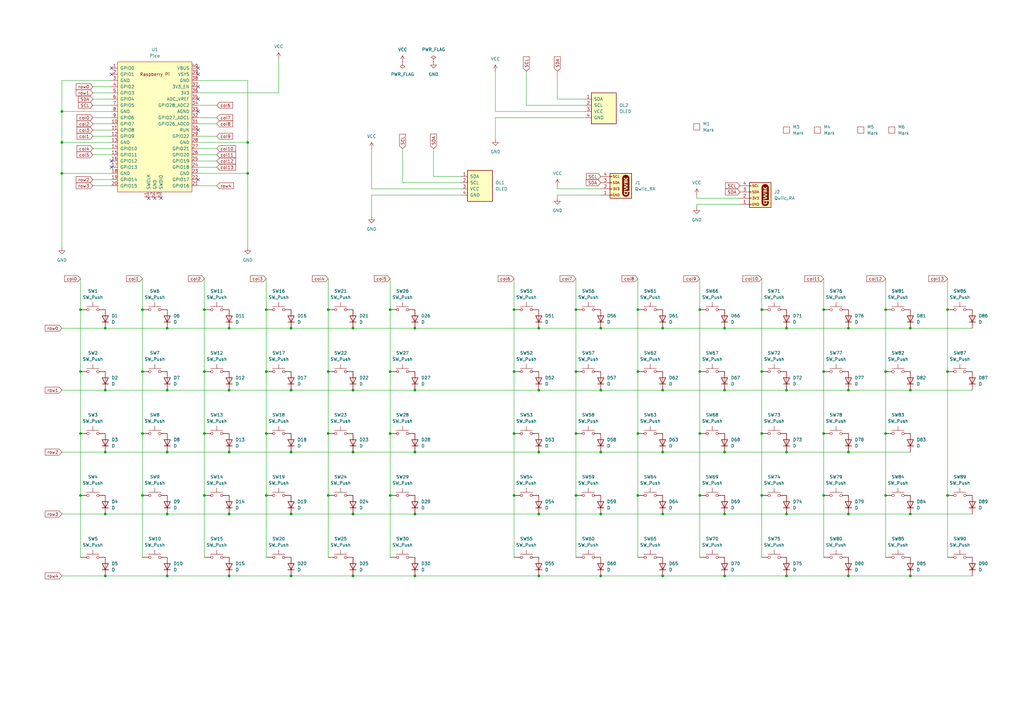
<source format=kicad_sch>
(kicad_sch (version 20231120) (generator "eeschema") (generator_version "8.0")
  (paper "A3")
  (junction (at 347.98 236.22))
  (junction (at 101.6 58.42))
  (junction (at 297.18 236.22))
  (junction (at 33.02 152.4))
  (junction (at 373.38 134.62))
  (junction (at 109.22 152.4))
  (junction (at 347.98 210.82))
  (junction (at 160.02 152.4))
  (junction (at 83.82 177.8))
  (junction (at 297.18 134.62))
  (junction (at 271.78 236.22))
  (junction (at 170.18 185.42))
  (junction (at 58.42 152.4))
  (junction (at 101.6 71.12))
  (junction (at 144.78 160.02))
  (junction (at 144.78 185.42))
  (junction (at 170.18 236.22))
  (junction (at 144.78 134.62))
  (junction (at 363.22 152.4))
  (junction (at 134.62 177.8))
  (junction (at 337.82 203.2))
  (junction (at 347.98 134.62))
  (junction (at 109.22 177.8))
  (junction (at 33.02 203.2))
  (junction (at 160.02 177.8))
  (junction (at 363.22 127))
  (junction (at 210.82 152.4))
  (junction (at 210.82 177.8))
  (junction (at 297.18 210.82))
  (junction (at 337.82 177.8))
  (junction (at 119.38 236.22))
  (junction (at 83.82 152.4))
  (junction (at 236.22 203.2))
  (junction (at 68.58 210.82))
  (junction (at 33.02 177.8))
  (junction (at 33.02 127))
  (junction (at 93.98 236.22))
  (junction (at 93.98 210.82))
  (junction (at 109.22 127))
  (junction (at 83.82 203.2))
  (junction (at 43.18 160.02))
  (junction (at 347.98 185.42))
  (junction (at 58.42 177.8))
  (junction (at 347.98 160.02))
  (junction (at 93.98 160.02))
  (junction (at 337.82 127))
  (junction (at 312.42 127))
  (junction (at 134.62 152.4))
  (junction (at 271.78 210.82))
  (junction (at 170.18 160.02))
  (junction (at 119.38 185.42))
  (junction (at 160.02 127))
  (junction (at 43.18 210.82))
  (junction (at 119.38 134.62))
  (junction (at 25.4 71.12))
  (junction (at 312.42 203.2))
  (junction (at 322.58 134.62))
  (junction (at 373.38 210.82))
  (junction (at 93.98 185.42))
  (junction (at 246.38 160.02))
  (junction (at 134.62 203.2))
  (junction (at 210.82 127))
  (junction (at 261.62 203.2))
  (junction (at 246.38 185.42))
  (junction (at 144.78 210.82))
  (junction (at 109.22 203.2))
  (junction (at 363.22 177.8))
  (junction (at 68.58 160.02))
  (junction (at 261.62 127))
  (junction (at 25.4 45.72))
  (junction (at 271.78 160.02))
  (junction (at 322.58 236.22))
  (junction (at 363.22 203.2))
  (junction (at 373.38 160.02))
  (junction (at 388.62 203.2))
  (junction (at 144.78 236.22))
  (junction (at 388.62 152.4))
  (junction (at 388.62 127))
  (junction (at 210.82 203.2))
  (junction (at 68.58 185.42))
  (junction (at 83.82 127))
  (junction (at 220.98 185.42))
  (junction (at 271.78 185.42))
  (junction (at 58.42 127))
  (junction (at 68.58 134.62))
  (junction (at 312.42 152.4))
  (junction (at 43.18 236.22))
  (junction (at 271.78 134.62))
  (junction (at 220.98 236.22))
  (junction (at 220.98 160.02))
  (junction (at 287.02 127))
  (junction (at 373.38 236.22))
  (junction (at 160.02 203.2))
  (junction (at 287.02 152.4))
  (junction (at 119.38 210.82))
  (junction (at 287.02 177.8))
  (junction (at 170.18 134.62))
  (junction (at 25.4 58.42))
  (junction (at 220.98 210.82))
  (junction (at 220.98 134.62))
  (junction (at 58.42 203.2))
  (junction (at 322.58 210.82))
  (junction (at 43.18 134.62))
  (junction (at 246.38 210.82))
  (junction (at 312.42 177.8))
  (junction (at 261.62 152.4))
  (junction (at 236.22 127))
  (junction (at 119.38 160.02))
  (junction (at 261.62 177.8))
  (junction (at 297.18 185.42))
  (junction (at 43.18 185.42))
  (junction (at 322.58 160.02))
  (junction (at 236.22 152.4))
  (junction (at 68.58 236.22))
  (junction (at 246.38 236.22))
  (junction (at 287.02 203.2))
  (junction (at 322.58 185.42))
  (junction (at 246.38 134.62))
  (junction (at 297.18 160.02))
  (junction (at 170.18 210.82))
  (junction (at 337.82 152.4))
  (junction (at 134.62 127))
  (junction (at 236.22 177.8))
  (junction (at 93.98 134.62))
  (no_connect (at 81.28 27.94))
  (no_connect (at 60.96 81.28))
  (no_connect (at 63.5 81.28))
  (no_connect (at 81.28 35.56))
  (no_connect (at 81.28 30.48))
  (no_connect (at 81.28 53.34))
  (no_connect (at 81.28 45.72))
  (no_connect (at 81.28 73.66))
  (no_connect (at 66.04 81.28))
  (no_connect (at 45.72 68.58))
  (no_connect (at 45.72 66.04))
  (no_connect (at 45.72 27.94))
  (no_connect (at 81.28 40.64))
  (no_connect (at 45.72 30.48))
  (wire (pts (xy 240.03 43.18) (xy 215.9 43.18)))
  (wire (pts (xy 246.38 210.82) (xy 271.78 210.82)))
  (wire (pts (xy 363.22 203.2) (xy 363.22 228.6)))
  (wire (pts (xy 189.23 74.93) (xy 165.1 74.93)))
  (wire (pts (xy 271.78 160.02) (xy 297.18 160.02)))
  (wire (pts (xy 312.42 127) (xy 312.42 152.4)))
  (wire (pts (xy 119.38 236.22) (xy 144.78 236.22)))
  (wire (pts (xy 347.98 134.62) (xy 373.38 134.62)))
  (wire (pts (xy 38.1 60.96) (xy 45.72 60.96)))
  (wire (pts (xy 210.82 152.4) (xy 210.82 177.8)))
  (wire (pts (xy 68.58 160.02) (xy 93.98 160.02)))
  (wire (pts (xy 25.4 71.12) (xy 45.72 71.12)))
  (wire (pts (xy 170.18 210.82) (xy 220.98 210.82)))
  (wire (pts (xy 388.62 127) (xy 388.62 152.4)))
  (wire (pts (xy 119.38 210.82) (xy 144.78 210.82)))
  (wire (pts (xy 160.02 114.3) (xy 160.02 127)))
  (wire (pts (xy 33.02 177.8) (xy 33.02 203.2)))
  (wire (pts (xy 81.28 33.02) (xy 101.6 33.02)))
  (wire (pts (xy 38.1 40.64) (xy 45.72 40.64)))
  (wire (pts (xy 297.18 134.62) (xy 322.58 134.62)))
  (wire (pts (xy 297.18 236.22) (xy 322.58 236.22)))
  (wire (pts (xy 68.58 134.62) (xy 93.98 134.62)))
  (wire (pts (xy 287.02 177.8) (xy 287.02 203.2)))
  (wire (pts (xy 160.02 177.8) (xy 160.02 203.2)))
  (wire (pts (xy 347.98 210.82) (xy 373.38 210.82)))
  (wire (pts (xy 297.18 160.02) (xy 322.58 160.02)))
  (wire (pts (xy 58.42 114.3) (xy 58.42 127)))
  (wire (pts (xy 119.38 160.02) (xy 144.78 160.02)))
  (wire (pts (xy 322.58 236.22) (xy 347.98 236.22)))
  (wire (pts (xy 38.1 76.2) (xy 45.72 76.2)))
  (wire (pts (xy 203.2 29.21) (xy 203.2 45.72)))
  (wire (pts (xy 81.28 66.04) (xy 88.9 66.04)))
  (wire (pts (xy 83.82 177.8) (xy 83.82 203.2)))
  (wire (pts (xy 43.18 210.82) (xy 68.58 210.82)))
  (wire (pts (xy 322.58 185.42) (xy 347.98 185.42)))
  (wire (pts (xy 373.38 210.82) (xy 398.78 210.82)))
  (wire (pts (xy 240.03 48.26) (xy 203.2 48.26)))
  (wire (pts (xy 38.1 53.34) (xy 45.72 53.34)))
  (wire (pts (xy 134.62 177.8) (xy 134.62 203.2)))
  (wire (pts (xy 83.82 203.2) (xy 83.82 228.6)))
  (wire (pts (xy 297.18 210.82) (xy 322.58 210.82)))
  (wire (pts (xy 81.28 68.58) (xy 88.9 68.58)))
  (wire (pts (xy 220.98 210.82) (xy 246.38 210.82)))
  (wire (pts (xy 101.6 71.12) (xy 101.6 101.6)))
  (wire (pts (xy 45.72 33.02) (xy 25.4 33.02)))
  (wire (pts (xy 363.22 177.8) (xy 363.22 203.2)))
  (wire (pts (xy 109.22 152.4) (xy 109.22 177.8)))
  (wire (pts (xy 83.82 114.3) (xy 83.82 127)))
  (wire (pts (xy 363.22 152.4) (xy 363.22 177.8)))
  (wire (pts (xy 287.02 114.3) (xy 287.02 127)))
  (wire (pts (xy 228.6 29.21) (xy 228.6 40.64)))
  (wire (pts (xy 160.02 203.2) (xy 160.02 228.6)))
  (wire (pts (xy 189.23 77.47) (xy 152.4 77.47)))
  (wire (pts (xy 312.42 114.3) (xy 312.42 127)))
  (wire (pts (xy 287.02 203.2) (xy 287.02 228.6)))
  (wire (pts (xy 25.4 58.42) (xy 45.72 58.42)))
  (wire (pts (xy 236.22 152.4) (xy 236.22 177.8)))
  (wire (pts (xy 58.42 152.4) (xy 58.42 177.8)))
  (wire (pts (xy 83.82 152.4) (xy 83.82 177.8)))
  (wire (pts (xy 119.38 185.42) (xy 144.78 185.42)))
  (wire (pts (xy 373.38 236.22) (xy 398.78 236.22)))
  (wire (pts (xy 33.02 114.3) (xy 33.02 127)))
  (wire (pts (xy 322.58 134.62) (xy 347.98 134.62)))
  (wire (pts (xy 81.28 63.5) (xy 88.9 63.5)))
  (wire (pts (xy 337.82 114.3) (xy 337.82 127)))
  (wire (pts (xy 144.78 236.22) (xy 170.18 236.22)))
  (wire (pts (xy 38.1 48.26) (xy 45.72 48.26)))
  (wire (pts (xy 337.82 127) (xy 337.82 152.4)))
  (wire (pts (xy 373.38 134.62) (xy 398.78 134.62)))
  (wire (pts (xy 322.58 160.02) (xy 347.98 160.02)))
  (wire (pts (xy 240.03 40.64) (xy 228.6 40.64)))
  (wire (pts (xy 373.38 160.02) (xy 398.78 160.02)))
  (wire (pts (xy 25.4 45.72) (xy 45.72 45.72)))
  (wire (pts (xy 134.62 203.2) (xy 134.62 228.6)))
  (wire (pts (xy 93.98 210.82) (xy 119.38 210.82)))
  (wire (pts (xy 246.38 80.01) (xy 228.6 80.01)))
  (wire (pts (xy 261.62 152.4) (xy 261.62 177.8)))
  (wire (pts (xy 220.98 185.42) (xy 246.38 185.42)))
  (wire (pts (xy 246.38 160.02) (xy 271.78 160.02)))
  (wire (pts (xy 152.4 80.01) (xy 152.4 88.9)))
  (wire (pts (xy 33.02 152.4) (xy 33.02 177.8)))
  (wire (pts (xy 88.9 55.88) (xy 81.28 55.88)))
  (wire (pts (xy 101.6 33.02) (xy 101.6 58.42)))
  (wire (pts (xy 160.02 152.4) (xy 160.02 177.8)))
  (wire (pts (xy 109.22 114.3) (xy 109.22 127)))
  (wire (pts (xy 170.18 160.02) (xy 220.98 160.02)))
  (wire (pts (xy 228.6 77.47) (xy 228.6 76.2)))
  (wire (pts (xy 81.28 43.18) (xy 88.9 43.18)))
  (wire (pts (xy 312.42 203.2) (xy 312.42 228.6)))
  (wire (pts (xy 337.82 177.8) (xy 337.82 203.2)))
  (wire (pts (xy 261.62 114.3) (xy 261.62 127)))
  (wire (pts (xy 38.1 35.56) (xy 45.72 35.56)))
  (wire (pts (xy 25.4 33.02) (xy 25.4 45.72)))
  (wire (pts (xy 25.4 134.62) (xy 43.18 134.62)))
  (wire (pts (xy 38.1 43.18) (xy 45.72 43.18)))
  (wire (pts (xy 81.28 50.8) (xy 88.9 50.8)))
  (wire (pts (xy 93.98 236.22) (xy 119.38 236.22)))
  (wire (pts (xy 33.02 127) (xy 33.02 152.4)))
  (wire (pts (xy 215.9 29.21) (xy 215.9 43.18)))
  (wire (pts (xy 38.1 38.1) (xy 45.72 38.1)))
  (wire (pts (xy 261.62 177.8) (xy 261.62 203.2)))
  (wire (pts (xy 144.78 134.62) (xy 170.18 134.62)))
  (wire (pts (xy 81.28 71.12) (xy 101.6 71.12)))
  (wire (pts (xy 246.38 77.47) (xy 228.6 77.47)))
  (wire (pts (xy 363.22 127) (xy 363.22 152.4)))
  (wire (pts (xy 347.98 160.02) (xy 373.38 160.02)))
  (wire (pts (xy 38.1 73.66) (xy 45.72 73.66)))
  (wire (pts (xy 388.62 152.4) (xy 388.62 203.2)))
  (wire (pts (xy 25.4 45.72) (xy 25.4 58.42)))
  (wire (pts (xy 271.78 185.42) (xy 297.18 185.42)))
  (wire (pts (xy 68.58 185.42) (xy 93.98 185.42)))
  (wire (pts (xy 236.22 127) (xy 236.22 152.4)))
  (wire (pts (xy 58.42 203.2) (xy 58.42 228.6)))
  (wire (pts (xy 189.23 72.39) (xy 177.8 72.39)))
  (wire (pts (xy 246.38 236.22) (xy 271.78 236.22)))
  (wire (pts (xy 81.28 60.96) (xy 88.9 60.96)))
  (wire (pts (xy 114.3 24.13) (xy 114.3 38.1)))
  (wire (pts (xy 246.38 134.62) (xy 271.78 134.62)))
  (wire (pts (xy 337.82 152.4) (xy 337.82 177.8)))
  (wire (pts (xy 81.28 76.2) (xy 88.9 76.2)))
  (wire (pts (xy 271.78 134.62) (xy 297.18 134.62)))
  (wire (pts (xy 285.75 83.82) (xy 285.75 85.09)))
  (wire (pts (xy 43.18 236.22) (xy 68.58 236.22)))
  (wire (pts (xy 134.62 152.4) (xy 134.62 177.8)))
  (wire (pts (xy 109.22 177.8) (xy 109.22 203.2)))
  (wire (pts (xy 271.78 236.22) (xy 297.18 236.22)))
  (wire (pts (xy 165.1 60.96) (xy 165.1 74.93)))
  (wire (pts (xy 220.98 160.02) (xy 246.38 160.02)))
  (wire (pts (xy 287.02 152.4) (xy 287.02 177.8)))
  (wire (pts (xy 160.02 127) (xy 160.02 152.4)))
  (wire (pts (xy 312.42 177.8) (xy 312.42 203.2)))
  (wire (pts (xy 93.98 185.42) (xy 119.38 185.42)))
  (wire (pts (xy 240.03 45.72) (xy 203.2 45.72)))
  (wire (pts (xy 246.38 185.42) (xy 271.78 185.42)))
  (wire (pts (xy 388.62 203.2) (xy 388.62 228.6)))
  (wire (pts (xy 189.23 80.01) (xy 152.4 80.01)))
  (wire (pts (xy 43.18 160.02) (xy 68.58 160.02)))
  (wire (pts (xy 287.02 127) (xy 287.02 152.4)))
  (wire (pts (xy 152.4 60.96) (xy 152.4 77.47)))
  (wire (pts (xy 388.62 114.3) (xy 388.62 127)))
  (wire (pts (xy 303.53 81.28) (xy 285.75 81.28)))
  (wire (pts (xy 228.6 80.01) (xy 228.6 81.28)))
  (wire (pts (xy 220.98 236.22) (xy 246.38 236.22)))
  (wire (pts (xy 25.4 101.6) (xy 25.4 71.12)))
  (wire (pts (xy 81.28 38.1) (xy 114.3 38.1)))
  (wire (pts (xy 236.22 177.8) (xy 236.22 203.2)))
  (wire (pts (xy 88.9 48.26) (xy 81.28 48.26)))
  (wire (pts (xy 83.82 127) (xy 83.82 152.4)))
  (wire (pts (xy 25.4 58.42) (xy 25.4 71.12)))
  (wire (pts (xy 303.53 83.82) (xy 285.75 83.82)))
  (wire (pts (xy 43.18 185.42) (xy 68.58 185.42)))
  (wire (pts (xy 297.18 185.42) (xy 322.58 185.42)))
  (wire (pts (xy 101.6 58.42) (xy 101.6 71.12)))
  (wire (pts (xy 25.4 210.82) (xy 43.18 210.82)))
  (wire (pts (xy 170.18 134.62) (xy 220.98 134.62)))
  (wire (pts (xy 170.18 185.42) (xy 220.98 185.42)))
  (wire (pts (xy 68.58 210.82) (xy 93.98 210.82)))
  (wire (pts (xy 144.78 185.42) (xy 170.18 185.42)))
  (wire (pts (xy 210.82 203.2) (xy 210.82 228.6)))
  (wire (pts (xy 25.4 160.02) (xy 43.18 160.02)))
  (wire (pts (xy 25.4 236.22) (xy 43.18 236.22)))
  (wire (pts (xy 170.18 236.22) (xy 220.98 236.22)))
  (wire (pts (xy 271.78 210.82) (xy 297.18 210.82)))
  (wire (pts (xy 220.98 134.62) (xy 246.38 134.62)))
  (wire (pts (xy 261.62 203.2) (xy 261.62 228.6)))
  (wire (pts (xy 25.4 185.42) (xy 43.18 185.42)))
  (wire (pts (xy 347.98 236.22) (xy 373.38 236.22)))
  (wire (pts (xy 43.18 134.62) (xy 68.58 134.62)))
  (wire (pts (xy 144.78 160.02) (xy 170.18 160.02)))
  (wire (pts (xy 38.1 55.88) (xy 45.72 55.88)))
  (wire (pts (xy 109.22 127) (xy 109.22 152.4)))
  (wire (pts (xy 363.22 114.3) (xy 363.22 127)))
  (wire (pts (xy 93.98 160.02) (xy 119.38 160.02)))
  (wire (pts (xy 134.62 127) (xy 134.62 152.4)))
  (wire (pts (xy 261.62 127) (xy 261.62 152.4)))
  (wire (pts (xy 109.22 203.2) (xy 109.22 228.6)))
  (wire (pts (xy 38.1 63.5) (xy 45.72 63.5)))
  (wire (pts (xy 33.02 203.2) (xy 33.02 228.6)))
  (wire (pts (xy 68.58 236.22) (xy 93.98 236.22)))
  (wire (pts (xy 285.75 81.28) (xy 285.75 80.01)))
  (wire (pts (xy 322.58 210.82) (xy 347.98 210.82)))
  (wire (pts (xy 81.28 58.42) (xy 101.6 58.42)))
  (wire (pts (xy 203.2 48.26) (xy 203.2 57.15)))
  (wire (pts (xy 144.78 210.82) (xy 170.18 210.82)))
  (wire (pts (xy 134.62 114.3) (xy 134.62 127)))
  (wire (pts (xy 177.8 60.96) (xy 177.8 72.39)))
  (wire (pts (xy 38.1 50.8) (xy 45.72 50.8)))
  (wire (pts (xy 347.98 185.42) (xy 373.38 185.42)))
  (wire (pts (xy 58.42 127) (xy 58.42 152.4)))
  (wire (pts (xy 93.98 134.62) (xy 119.38 134.62)))
  (wire (pts (xy 236.22 114.3) (xy 236.22 127)))
  (wire (pts (xy 337.82 203.2) (xy 337.82 228.6)))
  (wire (pts (xy 210.82 114.3) (xy 210.82 127)))
  (wire (pts (xy 312.42 152.4) (xy 312.42 177.8)))
  (wire (pts (xy 236.22 203.2) (xy 236.22 228.6)))
  (wire (pts (xy 210.82 177.8) (xy 210.82 203.2)))
  (wire (pts (xy 210.82 127) (xy 210.82 152.4)))
  (wire (pts (xy 119.38 134.62) (xy 144.78 134.62)))
  (wire (pts (xy 58.42 177.8) (xy 58.42 203.2)))
  (global_label "col2" (shape input) (at 83.82 114.3 180) (property "Intersheetrefs" "${INTERSHEET_REFS}" (effects (hide yes))))
  (global_label "col2" (shape input) (at 38.1 50.8 180) (property "Intersheetrefs" "${INTERSHEET_REFS}" (effects (hide yes))))
  (global_label "col8" (shape input) (at 261.62 114.3 180) (property "Intersheetrefs" "${INTERSHEET_REFS}" (effects (hide yes))))
  (global_label "SDA" (shape input) (at 246.38 74.93 180) (property "Intersheetrefs" "${INTERSHEET_REFS}" (effects (hide yes))))
  (global_label "SCL" (shape input) (at 38.1 43.18 180) (property "Intersheetrefs" "${INTERSHEET_REFS}" (effects (hide yes))))
  (global_label "col4" (shape input) (at 38.1 60.96 180) (property "Intersheetrefs" "${INTERSHEET_REFS}" (effects (hide yes))))
  (global_label "col6" (shape input) (at 210.82 114.3 180) (property "Intersheetrefs" "${INTERSHEET_REFS}" (effects (hide yes))))
  (global_label "col12" (shape input) (at 88.9 66.04 0) (property "Intersheetrefs" "${INTERSHEET_REFS}" (effects (hide yes))))
  (global_label "col11" (shape input) (at 88.9 63.5 0) (property "Intersheetrefs" "${INTERSHEET_REFS}" (effects (hide yes))))
  (global_label "col1" (shape input) (at 58.42 114.3 180) (property "Intersheetrefs" "${INTERSHEET_REFS}" (effects (hide yes))))
  (global_label "SCL" (shape input) (at 303.53 76.2 180) (property "Intersheetrefs" "${INTERSHEET_REFS}" (effects (hide yes))))
  (global_label "col3" (shape input) (at 109.22 114.3 180) (property "Intersheetrefs" "${INTERSHEET_REFS}" (effects (hide yes))))
  (global_label "SCL" (shape input) (at 246.38 72.39 180) (property "Intersheetrefs" "${INTERSHEET_REFS}" (effects (hide yes))))
  (global_label "SCL" (shape input) (at 215.9 29.21 90) (property "Intersheetrefs" "${INTERSHEET_REFS}" (effects (hide yes))))
  (global_label "col7" (shape input) (at 236.22 114.3 180) (property "Intersheetrefs" "${INTERSHEET_REFS}" (effects (hide yes))))
  (global_label "col5" (shape input) (at 160.02 114.3 180) (property "Intersheetrefs" "${INTERSHEET_REFS}" (effects (hide yes))))
  (global_label "col8" (shape input) (at 88.9 50.8 0) (property "Intersheetrefs" "${INTERSHEET_REFS}" (effects (hide yes))))
  (global_label "col5" (shape input) (at 38.1 63.5 180) (property "Intersheetrefs" "${INTERSHEET_REFS}" (effects (hide yes))))
  (global_label "SCL" (shape input) (at 165.1 60.96 90) (property "Intersheetrefs" "${INTERSHEET_REFS}" (effects (hide yes))))
  (global_label "SDA" (shape input) (at 38.1 40.64 180) (property "Intersheetrefs" "${INTERSHEET_REFS}" (effects (hide yes))))
  (global_label "row3" (shape input) (at 38.1 76.2 180) (property "Intersheetrefs" "${INTERSHEET_REFS}" (effects (hide yes))))
  (global_label "row3" (shape input) (at 25.4 210.82 180) (property "Intersheetrefs" "${INTERSHEET_REFS}" (effects (hide yes))))
  (global_label "SDA" (shape input) (at 228.6 29.21 90) (property "Intersheetrefs" "${INTERSHEET_REFS}" (effects (hide yes))))
  (global_label "col3" (shape input) (at 38.1 53.34 180) (property "Intersheetrefs" "${INTERSHEET_REFS}" (effects (hide yes))))
  (global_label "col11" (shape input) (at 337.82 114.3 180) (property "Intersheetrefs" "${INTERSHEET_REFS}" (effects (hide yes))))
  (global_label "col1" (shape input) (at 38.1 55.88 180) (property "Intersheetrefs" "${INTERSHEET_REFS}" (effects (hide yes))))
  (global_label "col12" (shape input) (at 363.22 114.3 180) (property "Intersheetrefs" "${INTERSHEET_REFS}" (effects (hide yes))))
  (global_label "row2" (shape input) (at 25.4 185.42 180) (property "Intersheetrefs" "${INTERSHEET_REFS}" (effects (hide yes))))
  (global_label "SDA" (shape input) (at 177.8 60.96 90) (property "Intersheetrefs" "${INTERSHEET_REFS}" (effects (hide yes))))
  (global_label "row0" (shape input) (at 38.1 35.56 180) (property "Intersheetrefs" "${INTERSHEET_REFS}" (effects (hide yes))))
  (global_label "row0" (shape input) (at 25.4 134.62 180) (property "Intersheetrefs" "${INTERSHEET_REFS}" (effects (hide yes))))
  (global_label "row2" (shape input) (at 38.1 73.66 180) (property "Intersheetrefs" "${INTERSHEET_REFS}" (effects (hide yes))))
  (global_label "col13" (shape input) (at 88.9 68.58 0) (property "Intersheetrefs" "${INTERSHEET_REFS}" (effects (hide yes))))
  (global_label "col7" (shape input) (at 88.9 48.26 0) (property "Intersheetrefs" "${INTERSHEET_REFS}" (effects (hide yes))))
  (global_label "row1" (shape input) (at 38.1 38.1 180) (property "Intersheetrefs" "${INTERSHEET_REFS}" (effects (hide yes))))
  (global_label "col0" (shape input) (at 33.02 114.3 180) (property "Intersheetrefs" "${INTERSHEET_REFS}" (effects (hide yes))))
  (global_label "col9" (shape input) (at 287.02 114.3 180) (property "Intersheetrefs" "${INTERSHEET_REFS}" (effects (hide yes))))
  (global_label "row4" (shape input) (at 88.9 76.2 0) (property "Intersheetrefs" "${INTERSHEET_REFS}" (effects (hide yes))))
  (global_label "col4" (shape input) (at 134.62 114.3 180) (property "Intersheetrefs" "${INTERSHEET_REFS}" (effects (hide yes))))
  (global_label "col9" (shape input) (at 88.9 55.88 0) (property "Intersheetrefs" "${INTERSHEET_REFS}" (effects (hide yes))))
  (global_label "col6" (shape input) (at 88.9 43.18 0) (property "Intersheetrefs" "${INTERSHEET_REFS}" (effects (hide yes))))
  (global_label "col10" (shape input) (at 312.42 114.3 180) (property "Intersheetrefs" "${INTERSHEET_REFS}" (effects (hide yes))))
  (global_label "row1" (shape input) (at 25.4 160.02 180) (property "Intersheetrefs" "${INTERSHEET_REFS}" (effects (hide yes))))
  (global_label "col0" (shape input) (at 38.1 48.26 180) (property "Intersheetrefs" "${INTERSHEET_REFS}" (effects (hide yes))))
  (global_label "row4" (shape input) (at 25.4 236.22 180) (property "Intersheetrefs" "${INTERSHEET_REFS}" (effects (hide yes))))
  (global_label "col13" (shape input) (at 388.62 114.3 180) (property "Intersheetrefs" "${INTERSHEET_REFS}" (effects (hide yes))))
  (global_label "col10" (shape input) (at 88.9 60.96 0) (property "Intersheetrefs" "${INTERSHEET_REFS}" (effects (hide yes))))
  (global_label "SDA" (shape input) (at 303.53 78.74 180) (property "Intersheetrefs" "${INTERSHEET_REFS}" (effects (hide yes))))
  (symbol (lib_id "power:GND") (at 285.75 85.09 0) (unit 1)
    (property "Reference" "#PWR013" (effects (hide yes)))
    (property "Value" "GND" (at 285.75 90.17 0))
    (property "Description" "Power symbol creates a global label with name \"GND\" , ground" (effects (hide yes)))
  )
  (symbol (lib_id "Switch:SW_Push") (at 317.5 152.4 0) (mirror y) (unit 1)
    (property "Reference" "SW72" (at 317.5 144.78 0))
    (property "Value" "SW_Push" (at 317.5 147.32 0))
    (property "Footprint" "Rikkodo_FootPrint:rkd_Asm_ChocV1V2_Hotswap_1u" (effects (hide yes)))
    (property "Description" "Push button switch, generic, two pins" (effects (hide yes)))
  )
  (symbol (lib_id "Switch:SW_Push") (at 317.5 203.2 0) (mirror y) (unit 1)
    (property "Reference" "SW74" (at 317.5 195.58 0))
    (property "Value" "SW_Push" (at 317.5 198.12 0))
    (property "Footprint" "Rikkodo_FootPrint:rkd_Asm_ChocV1V2_Hotswap_1u" (effects (hide yes)))
    (property "Description" "Push button switch, generic, two pins" (effects (hide yes)))
  )
  (symbol (lib_id "Switch:SW_Push") (at 215.9 203.2 0) (mirror y) (unit 1)
    (property "Reference" "SW54" (at 215.9 195.58 0))
    (property "Value" "SW_Push" (at 215.9 198.12 0))
    (property "Footprint" "Rikkodo_FootPrint:rkd_Asm_ChocV1V2_Hotswap_1u" (effects (hide yes)))
    (property "Description" "Push button switch, generic, two pins" (effects (hide yes)))
  )
  (symbol (lib_id "Device:D") (at 119.38 207.01 90) (unit 1)
    (property "Reference" "D19" (at 121.92 205.7399 90) (effects (justify right)))
    (property "Value" "D" (at 121.92 208.2799 90) (effects (justify right)))
    (property "Footprint" "kbd_Parts:Diode_SMD" (effects (hide yes)))
    (property "Description" "Diode" (effects (hide yes)))
    (property "Sim.Device" "D" (effects (hide yes)))
    (property "Sim.Pins" "1=K 2=A" (effects (hide yes)))
  )
  (symbol (lib_id "Switch:SW_Push") (at 292.1 177.8 0) (mirror y) (unit 1)
    (property "Reference" "SW68" (at 292.1 170.18 0))
    (property "Value" "SW_Push" (at 292.1 172.72 0))
    (property "Footprint" "Rikkodo_FootPrint:rkd_Asm_ChocV1V2_Hotswap_1u" (effects (hide yes)))
    (property "Description" "Push button switch, generic, two pins" (effects (hide yes)))
  )
  (symbol (lib_id "Device:D") (at 271.78 181.61 90) (unit 1)
    (property "Reference" "D63" (at 274.32 180.3399 90) (effects (justify right)))
    (property "Value" "D" (at 274.32 182.8799 90) (effects (justify right)))
    (property "Footprint" "kbd_Parts:Diode_SMD" (effects (hide yes)))
    (property "Description" "Diode" (effects (hide yes)))
    (property "Sim.Device" "D" (effects (hide yes)))
    (property "Sim.Pins" "1=K 2=A" (effects (hide yes)))
  )
  (symbol (lib_id "Device:D") (at 43.18 181.61 90) (unit 1)
    (property "Reference" "D3" (at 45.72 180.3399 90) (effects (justify right)))
    (property "Value" "D" (at 45.72 182.8799 90) (effects (justify right)))
    (property "Footprint" "kbd_Parts:Diode_SMD" (effects (hide yes)))
    (property "Description" "Diode" (effects (hide yes)))
    (property "Sim.Device" "D" (effects (hide yes)))
    (property "Sim.Pins" "1=K 2=A" (effects (hide yes)))
  )
  (symbol (lib_id "Device:D") (at 119.38 156.21 90) (unit 1)
    (property "Reference" "D17" (at 121.92 154.9399 90) (effects (justify right)))
    (property "Value" "D" (at 121.92 157.4799 90) (effects (justify right)))
    (property "Footprint" "kbd_Parts:Diode_SMD" (effects (hide yes)))
    (property "Description" "Diode" (effects (hide yes)))
    (property "Sim.Device" "D" (effects (hide yes)))
    (property "Sim.Pins" "1=K 2=A" (effects (hide yes)))
  )
  (symbol (lib_id "Switch:SW_Push") (at 165.1 152.4 0) (mirror y) (unit 1)
    (property "Reference" "SW27" (at 165.1 144.78 0))
    (property "Value" "SW_Push" (at 165.1 147.32 0))
    (property "Footprint" "Rikkodo_FootPrint:rkd_Asm_ChocV1V2_Hotswap_1u" (effects (hide yes)))
    (property "Description" "Push button switch, generic, two pins" (effects (hide yes)))
  )
  (symbol (lib_id "Switch:SW_Push") (at 38.1 228.6 0) (mirror y) (unit 1)
    (property "Reference" "SW5" (at 38.1 220.98 0))
    (property "Value" "SW_Push" (at 38.1 223.52 0))
    (property "Footprint" "Rikkodo_FootPrint:rkd_Asm_ChocV1V2_Hotswap_1u" (effects (hide yes)))
    (property "Description" "Push button switch, generic, two pins" (effects (hide yes)))
  )
  (symbol (lib_id "Switch:SW_Push") (at 342.9 228.6 0) (mirror y) (unit 1)
    (property "Reference" "SW80" (at 342.9 220.98 0))
    (property "Value" "SW_Push" (at 342.9 223.52 0))
    (property "Footprint" "Rikkodo_FootPrint:rkd_Asm_ChocV1V2_Hotswap_1u" (effects (hide yes)))
    (property "Description" "Push button switch, generic, two pins" (effects (hide yes)))
  )
  (symbol (lib_id "Device:D") (at 347.98 232.41 90) (unit 1)
    (property "Reference" "D80" (at 350.52 231.1399 90) (effects (justify right)))
    (property "Value" "D" (at 350.52 233.6799 90) (effects (justify right)))
    (property "Footprint" "kbd_Parts:Diode_SMD" (effects (hide yes)))
    (property "Description" "Diode" (effects (hide yes)))
    (property "Sim.Device" "D" (effects (hide yes)))
    (property "Sim.Pins" "1=K 2=A" (effects (hide yes)))
  )
  (symbol (lib_id "Switch:SW_Push") (at 114.3 177.8 0) (mirror y) (unit 1)
    (property "Reference" "SW18" (at 114.3 170.18 0))
    (property "Value" "SW_Push" (at 114.3 172.72 0))
    (property "Footprint" "Rikkodo_FootPrint:rkd_Asm_ChocV1V2_Hotswap_1u" (effects (hide yes)))
    (property "Description" "Push button switch, generic, two pins" (effects (hide yes)))
  )
  (symbol (lib_id "power:VCC") (at 114.3 24.13 0) (unit 1)
    (property "Reference" "#PWR03" (effects (hide yes)))
    (property "Value" "VCC" (at 114.3 19.05 0))
    (property "Description" "Power symbol creates a global label with name \"VCC\"" (effects (hide yes)))
  )
  (symbol (lib_id "Device:D") (at 144.78 207.01 90) (unit 1)
    (property "Reference" "D24" (at 147.32 205.7399 90) (effects (justify right)))
    (property "Value" "D" (at 147.32 208.2799 90) (effects (justify right)))
    (property "Footprint" "kbd_Parts:Diode_SMD" (effects (hide yes)))
    (property "Description" "Diode" (effects (hide yes)))
    (property "Sim.Device" "D" (effects (hide yes)))
    (property "Sim.Pins" "1=K 2=A" (effects (hide yes)))
  )
  (symbol (lib_id "Device:D") (at 271.78 232.41 90) (unit 1)
    (property "Reference" "D65" (at 274.32 231.1399 90) (effects (justify right)))
    (property "Value" "D" (at 274.32 233.6799 90) (effects (justify right)))
    (property "Footprint" "kbd_Parts:Diode_SMD" (effects (hide yes)))
    (property "Description" "Diode" (effects (hide yes)))
    (property "Sim.Device" "D" (effects (hide yes)))
    (property "Sim.Pins" "1=K 2=A" (effects (hide yes)))
  )
  (symbol (lib_id "Device:D") (at 170.18 156.21 90) (unit 1)
    (property "Reference" "D27" (at 172.72 154.9399 90) (effects (justify right)))
    (property "Value" "D" (at 172.72 157.4799 90) (effects (justify right)))
    (property "Footprint" "kbd_Parts:Diode_SMD" (effects (hide yes)))
    (property "Description" "Diode" (effects (hide yes)))
    (property "Sim.Device" "D" (effects (hide yes)))
    (property "Sim.Pins" "1=K 2=A" (effects (hide yes)))
  )
  (symbol (lib_id "Switch:SW_Push") (at 63.5 152.4 0) (mirror y) (unit 1)
    (property "Reference" "SW7" (at 63.5 144.78 0))
    (property "Value" "SW_Push" (at 63.5 147.32 0))
    (property "Footprint" "Rikkodo_FootPrint:rkd_Asm_ChocV1V2_Hotswap_1u" (effects (hide yes)))
    (property "Description" "Push button switch, generic, two pins" (effects (hide yes)))
  )
  (symbol (lib_id "Switch:SW_Push") (at 114.3 152.4 0) (mirror y) (unit 1)
    (property "Reference" "SW17" (at 114.3 144.78 0))
    (property "Value" "SW_Push" (at 114.3 147.32 0))
    (property "Footprint" "Rikkodo_FootPrint:rkd_Asm_ChocV1V2_Hotswap_1u" (effects (hide yes)))
    (property "Description" "Push button switch, generic, two pins" (effects (hide yes)))
  )
  (symbol (lib_id "Switch:SW_Push") (at 393.7 127 0) (mirror y) (unit 1)
    (property "Reference" "SW86" (at 393.7 119.38 0))
    (property "Value" "SW_Push" (at 393.7 121.92 0))
    (property "Footprint" "Rikkodo_FootPrint:rkd_Asm_ChocV2_Hotswap_2uW" (effects (hide yes)))
    (property "Description" "Push button switch, generic, two pins" (effects (hide yes)))
  )
  (symbol (lib_id "BrownSugar_KBD:Mark") (at 335.28 53.34 0) (unit 1)
    (property "Reference" "M4" (at 337.82 52.0699 0) (effects (justify left)))
    (property "Value" "Mark" (at 337.82 54.6099 0) (effects (justify left)))
    (property "Footprint" "kbd_Hole:m2_Spacer_Hole_hex" (effects (hide yes)))
  )
  (symbol (lib_id "Switch:SW_Push") (at 215.9 177.8 0) (mirror y) (unit 1)
    (property "Reference" "SW53" (at 215.9 170.18 0))
    (property "Value" "SW_Push" (at 215.9 172.72 0))
    (property "Footprint" "Rikkodo_FootPrint:rkd_Asm_ChocV1V2_Hotswap_1u" (effects (hide yes)))
    (property "Description" "Push button switch, generic, two pins" (effects (hide yes)))
  )
  (symbol (lib_id "Device:D") (at 220.98 232.41 90) (unit 1)
    (property "Reference" "D55" (at 223.52 231.1399 90) (effects (justify right)))
    (property "Value" "D" (at 223.52 233.6799 90) (effects (justify right)))
    (property "Footprint" "kbd_Parts:Diode_SMD" (effects (hide yes)))
    (property "Description" "Diode" (effects (hide yes)))
    (property "Sim.Device" "D" (effects (hide yes)))
    (property "Sim.Pins" "1=K 2=A" (effects (hide yes)))
  )
  (symbol (lib_id "Switch:SW_Push") (at 165.1 177.8 0) (mirror y) (unit 1)
    (property "Reference" "SW28" (at 165.1 170.18 0))
    (property "Value" "SW_Push" (at 165.1 172.72 0))
    (property "Footprint" "Rikkodo_FootPrint:rkd_Asm_ChocV1V2_Hotswap_1u" (effects (hide yes)))
    (property "Description" "Push button switch, generic, two pins" (effects (hide yes)))
  )
  (symbol (lib_id "Switch:SW_Push") (at 63.5 228.6 0) (mirror y) (unit 1)
    (property "Reference" "SW10" (at 63.5 220.98 0))
    (property "Value" "SW_Push" (at 63.5 223.52 0))
    (property "Footprint" "Rikkodo_FootPrint:rkd_Asm_ChocV1V2_Hotswap_1u" (effects (hide yes)))
    (property "Description" "Push button switch, generic, two pins" (effects (hide yes)))
  )
  (symbol (lib_id "BrownSugar_KBD:OLED") (at 247.65 44.45 0) (unit 1)
    (property "Reference" "OL2" (at 254 43.1799 0) (effects (justify left)))
    (property "Value" "OLED" (at 254 45.7199 0) (effects (justify left)))
    (property "Footprint" "BrownSugar_KBD:OLED_center_display" (effects (hide yes)))
  )
  (symbol (lib_id "Switch:SW_Push") (at 114.3 127 0) (mirror y) (unit 1)
    (property "Reference" "SW16" (at 114.3 119.38 0))
    (property "Value" "SW_Push" (at 114.3 121.92 0))
    (property "Footprint" "Rikkodo_FootPrint:rkd_Asm_ChocV1V2_Hotswap_1u" (effects (hide yes)))
    (property "Description" "Push button switch, generic, two pins" (effects (hide yes)))
  )
  (symbol (lib_id "Switch:SW_Push") (at 139.7 177.8 0) (mirror y) (unit 1)
    (property "Reference" "SW23" (at 139.7 170.18 0))
    (property "Value" "SW_Push" (at 139.7 172.72 0))
    (property "Footprint" "Rikkodo_FootPrint:rkd_Asm_ChocV1V2_Hotswap_1u" (effects (hide yes)))
    (property "Description" "Push button switch, generic, two pins" (effects (hide yes)))
  )
  (symbol (lib_id "Device:D") (at 119.38 232.41 90) (unit 1)
    (property "Reference" "D20" (at 121.92 231.1399 90) (effects (justify right)))
    (property "Value" "D" (at 121.92 233.6799 90) (effects (justify right)))
    (property "Footprint" "kbd_Parts:Diode_SMD" (effects (hide yes)))
    (property "Description" "Diode" (effects (hide yes)))
    (property "Sim.Device" "D" (effects (hide yes)))
    (property "Sim.Pins" "1=K 2=A" (effects (hide yes)))
  )
  (symbol (lib_id "Device:D") (at 322.58 232.41 90) (unit 1)
    (property "Reference" "D75" (at 325.12 231.1399 90) (effects (justify right)))
    (property "Value" "D" (at 325.12 233.6799 90) (effects (justify right)))
    (property "Footprint" "kbd_Parts:Diode_SMD" (effects (hide yes)))
    (property "Description" "Diode" (effects (hide yes)))
    (property "Sim.Device" "D" (effects (hide yes)))
    (property "Sim.Pins" "1=K 2=A" (effects (hide yes)))
  )
  (symbol (lib_id "Device:D") (at 68.58 156.21 90) (unit 1)
    (property "Reference" "D7" (at 71.12 154.9399 90) (effects (justify right)))
    (property "Value" "D" (at 71.12 157.4799 90) (effects (justify right)))
    (property "Footprint" "kbd_Parts:Diode_SMD" (effects (hide yes)))
    (property "Description" "Diode" (effects (hide yes)))
    (property "Sim.Device" "D" (effects (hide yes)))
    (property "Sim.Pins" "1=K 2=A" (effects (hide yes)))
  )
  (symbol (lib_id "Switch:SW_Push") (at 139.7 152.4 0) (mirror y) (unit 1)
    (property "Reference" "SW22" (at 139.7 144.78 0))
    (property "Value" "SW_Push" (at 139.7 147.32 0))
    (property "Footprint" "Rikkodo_FootPrint:rkd_Asm_ChocV1V2_Hotswap_1u" (effects (hide yes)))
    (property "Description" "Push button switch, generic, two pins" (effects (hide yes)))
  )
  (symbol (lib_id "Switch:SW_Push") (at 165.1 228.6 0) (mirror y) (unit 1)
    (property "Reference" "SW30" (at 165.1 220.98 0))
    (property "Value" "SW_Push" (at 165.1 223.52 0))
    (property "Footprint" "Rikkodo_FootPrint:rkd_Asm_ChocV1V2_Hotswap_1u" (effects (hide yes)))
    (property "Description" "Push button switch, generic, two pins" (effects (hide yes)))
  )
  (symbol (lib_id "Device:D") (at 144.78 156.21 90) (unit 1)
    (property "Reference" "D22" (at 147.32 154.9399 90) (effects (justify right)))
    (property "Value" "D" (at 147.32 157.4799 90) (effects (justify right)))
    (property "Footprint" "kbd_Parts:Diode_SMD" (effects (hide yes)))
    (property "Description" "Diode" (effects (hide yes)))
    (property "Sim.Device" "D" (effects (hide yes)))
    (property "Sim.Pins" "1=K 2=A" (effects (hide yes)))
  )
  (symbol (lib_id "Switch:SW_Push") (at 139.7 203.2 0) (mirror y) (unit 1)
    (property "Reference" "SW24" (at 139.7 195.58 0))
    (property "Value" "SW_Push" (at 139.7 198.12 0))
    (property "Footprint" "Rikkodo_FootPrint:rkd_Asm_ChocV1V2_Hotswap_1u" (effects (hide yes)))
    (property "Description" "Push button switch, generic, two pins" (effects (hide yes)))
  )
  (symbol (lib_id "Switch:SW_Push") (at 88.9 127 0) (mirror y) (unit 1)
    (property "Reference" "SW11" (at 88.9 119.38 0))
    (property "Value" "SW_Push" (at 88.9 121.92 0))
    (property "Footprint" "Rikkodo_FootPrint:rkd_Asm_ChocV1V2_Hotswap_1u" (effects (hide yes)))
    (property "Description" "Push button switch, generic, two pins" (effects (hide yes)))
  )
  (symbol (lib_id "Device:D") (at 93.98 207.01 90) (unit 1)
    (property "Reference" "D14" (at 96.52 205.7399 90) (effects (justify right)))
    (property "Value" "D" (at 96.52 208.2799 90) (effects (justify right)))
    (property "Footprint" "kbd_Parts:Diode_SMD" (effects (hide yes)))
    (property "Description" "Diode" (effects (hide yes)))
    (property "Sim.Device" "D" (effects (hide yes)))
    (property "Sim.Pins" "1=K 2=A" (effects (hide yes)))
  )
  (symbol (lib_id "Switch:SW_Push") (at 241.3 228.6 0) (mirror y) (unit 1)
    (property "Reference" "SW60" (at 241.3 220.98 0))
    (property "Value" "SW_Push" (at 241.3 223.52 0))
    (property "Footprint" "Rikkodo_FootPrint:rkd_Asm_ChocV1V2_Hotswap_1u" (effects (hide yes)))
    (property "Description" "Push button switch, generic, two pins" (effects (hide yes)))
  )
  (symbol (lib_id "BrownSugar_KBD:Mark") (at 353.06 53.34 0) (unit 1)
    (property "Reference" "M5" (at 355.6 52.0699 0) (effects (justify left)))
    (property "Value" "Mark" (at 355.6 54.6099 0) (effects (justify left)))
    (property "Footprint" "kbd_Hole:m2_Spacer_Hole_hex" (effects (hide yes)))
  )
  (symbol (lib_id "Switch:SW_Push") (at 342.9 127 0) (mirror y) (unit 1)
    (property "Reference" "SW76" (at 342.9 119.38 0))
    (property "Value" "SW_Push" (at 342.9 121.92 0))
    (property "Footprint" "Rikkodo_FootPrint:rkd_Asm_ChocV1V2_Hotswap_1u" (effects (hide yes)))
    (property "Description" "Push button switch, generic, two pins" (effects (hide yes)))
  )
  (symbol (lib_id "Switch:SW_Push") (at 88.9 152.4 0) (mirror y) (unit 1)
    (property "Reference" "SW12" (at 88.9 144.78 0))
    (property "Value" "SW_Push" (at 88.9 147.32 0))
    (property "Footprint" "Rikkodo_FootPrint:rkd_Asm_ChocV1V2_Hotswap_1u" (effects (hide yes)))
    (property "Description" "Push button switch, generic, two pins" (effects (hide yes)))
  )
  (symbol (lib_id "Device:D") (at 93.98 130.81 90) (unit 1)
    (property "Reference" "D11" (at 96.52 129.5399 90) (effects (justify right)))
    (property "Value" "D" (at 96.52 132.0799 90) (effects (justify right)))
    (property "Footprint" "kbd_Parts:Diode_SMD" (effects (hide yes)))
    (property "Description" "Diode" (effects (hide yes)))
    (property "Sim.Device" "D" (effects (hide yes)))
    (property "Sim.Pins" "1=K 2=A" (effects (hide yes)))
  )
  (symbol (lib_id "SparkFun-Connector:Qwiic_Right_Angle") (at 308.61 78.74 0) (unit 1)
    (property "Reference" "J2" (at 317.5 78.7399 0) (effects (justify left)))
    (property "Value" "Qwiic_RA" (at 317.5 81.2799 0) (effects (justify left)))
    (property "Footprint" "SparkFun-Connector:JST_SMD_1.0mm-4_Black" (effects (hide yes)))
    (property "Datasheet" "https://www.jst-mfg.com/product/pdf/eng/eSH.pdf" (effects (hide yes)))
    (property "Description" "4 pin JST 1mm polarized connector for I2C" (effects (hide yes)))
    (property "PROD_ID" "CONN-13694" (effects (hide yes)))
  )
  (symbol (lib_id "Switch:SW_Push") (at 38.1 152.4 0) (mirror y) (unit 1)
    (property "Reference" "SW2" (at 38.1 144.78 0))
    (property "Value" "SW_Push" (at 38.1 147.32 0))
    (property "Footprint" "Rikkodo_FootPrint:rkd_Asm_ChocV1V2_Hotswap_1u" (effects (hide yes)))
    (property "Description" "Push button switch, generic, two pins" (effects (hide yes)))
  )
  (symbol (lib_id "Device:D") (at 271.78 130.81 90) (unit 1)
    (property "Reference" "D61" (at 274.32 129.5399 90) (effects (justify right)))
    (property "Value" "D" (at 274.32 132.0799 90) (effects (justify right)))
    (property "Footprint" "kbd_Parts:Diode_SMD" (effects (hide yes)))
    (property "Description" "Diode" (effects (hide yes)))
    (property "Sim.Device" "D" (effects (hide yes)))
    (property "Sim.Pins" "1=K 2=A" (effects (hide yes)))
  )
  (symbol (lib_id "Switch:SW_Push") (at 241.3 203.2 0) (mirror y) (unit 1)
    (property "Reference" "SW59" (at 241.3 195.58 0))
    (property "Value" "SW_Push" (at 241.3 198.12 0))
    (property "Footprint" "Rikkodo_FootPrint:rkd_Asm_ChocV1V2_Hotswap_1u" (effects (hide yes)))
    (property "Description" "Push button switch, generic, two pins" (effects (hide yes)))
  )
  (symbol (lib_id "Switch:SW_Push") (at 317.5 177.8 0) (mirror y) (unit 1)
    (property "Reference" "SW73" (at 317.5 170.18 0))
    (property "Value" "SW_Push" (at 317.5 172.72 0))
    (property "Footprint" "Rikkodo_FootPrint:rkd_Asm_ChocV1V2_Hotswap_1u" (effects (hide yes)))
    (property "Description" "Push button switch, generic, two pins" (effects (hide yes)))
  )
  (symbol (lib_id "Device:D") (at 43.18 232.41 90) (unit 1)
    (property "Reference" "D5" (at 45.72 231.1399 90) (effects (justify right)))
    (property "Value" "D" (at 45.72 233.6799 90) (effects (justify right)))
    (property "Footprint" "kbd_Parts:Diode_SMD" (effects (hide yes)))
    (property "Description" "Diode" (effects (hide yes)))
    (property "Sim.Device" "D" (effects (hide yes)))
    (property "Sim.Pins" "1=K 2=A" (effects (hide yes)))
  )
  (symbol (lib_id "Device:D") (at 246.38 130.81 90) (unit 1)
    (property "Reference" "D56" (at 248.92 129.5399 90) (effects (justify right)))
    (property "Value" "D" (at 248.92 132.0799 90) (effects (justify right)))
    (property "Footprint" "kbd_Parts:Diode_SMD" (effects (hide yes)))
    (property "Description" "Diode" (effects (hide yes)))
    (property "Sim.Device" "D" (effects (hide yes)))
    (property "Sim.Pins" "1=K 2=A" (effects (hide yes)))
  )
  (symbol (lib_id "power:VCC") (at 165.1 25.4 0) (unit 1)
    (property "Reference" "#PWR04" (effects (hide yes)))
    (property "Value" "VCC" (at 165.1 20.32 0))
    (property "Description" "Power symbol creates a global label with name \"VCC\"" (effects (hide yes)))
  )
  (symbol (lib_id "Device:D") (at 220.98 156.21 90) (unit 1)
    (property "Reference" "D52" (at 223.52 154.9399 90) (effects (justify right)))
    (property "Value" "D" (at 223.52 157.4799 90) (effects (justify right)))
    (property "Footprint" "kbd_Parts:Diode_SMD" (effects (hide yes)))
    (property "Description" "Diode" (effects (hide yes)))
    (property "Sim.Device" "D" (effects (hide yes)))
    (property "Sim.Pins" "1=K 2=A" (effects (hide yes)))
  )
  (symbol (lib_id "Device:D") (at 373.38 156.21 90) (unit 1)
    (property "Reference" "D82" (at 375.92 154.9399 90) (effects (justify right)))
    (property "Value" "D" (at 375.92 157.4799 90) (effects (justify right)))
    (property "Footprint" "kbd_Parts:Diode_SMD" (effects (hide yes)))
    (property "Description" "Diode" (effects (hide yes)))
    (property "Sim.Device" "D" (effects (hide yes)))
    (property "Sim.Pins" "1=K 2=A" (effects (hide yes)))
  )
  (symbol (lib_id "Switch:SW_Push") (at 368.3 127 0) (mirror y) (unit 1)
    (property "Reference" "SW81" (at 368.3 119.38 0))
    (property "Value" "SW_Push" (at 368.3 121.92 0))
    (property "Footprint" "Rikkodo_FootPrint:rkd_Asm_ChocV1V2_Hotswap_1u" (effects (hide yes)))
    (property "Description" "Push button switch, generic, two pins" (effects (hide yes)))
  )
  (symbol (lib_id "Device:D") (at 246.38 156.21 90) (unit 1)
    (property "Reference" "D57" (at 248.92 154.9399 90) (effects (justify right)))
    (property "Value" "D" (at 248.92 157.4799 90) (effects (justify right)))
    (property "Footprint" "kbd_Parts:Diode_SMD" (effects (hide yes)))
    (property "Description" "Diode" (effects (hide yes)))
    (property "Sim.Device" "D" (effects (hide yes)))
    (property "Sim.Pins" "1=K 2=A" (effects (hide yes)))
  )
  (symbol (lib_id "power:GND") (at 25.4 101.6 0) (unit 1)
    (property "Reference" "#PWR01" (effects (hide yes)))
    (property "Value" "GND" (at 25.4 106.68 0))
    (property "Description" "Power symbol creates a global label with name \"GND\" , ground" (effects (hide yes)))
  )
  (symbol (lib_id "Device:D") (at 322.58 207.01 90) (unit 1)
    (property "Reference" "D74" (at 325.12 205.7399 90) (effects (justify right)))
    (property "Value" "D" (at 325.12 208.2799 90) (effects (justify right)))
    (property "Footprint" "kbd_Parts:Diode_SMD" (effects (hide yes)))
    (property "Description" "Diode" (effects (hide yes)))
    (property "Sim.Device" "D" (effects (hide yes)))
    (property "Sim.Pins" "1=K 2=A" (effects (hide yes)))
  )
  (symbol (lib_id "Device:D") (at 347.98 130.81 90) (unit 1)
    (property "Reference" "D76" (at 350.52 129.5399 90) (effects (justify right)))
    (property "Value" "D" (at 350.52 132.0799 90) (effects (justify right)))
    (property "Footprint" "kbd_Parts:Diode_SMD" (effects (hide yes)))
    (property "Description" "Diode" (effects (hide yes)))
    (property "Sim.Device" "D" (effects (hide yes)))
    (property "Sim.Pins" "1=K 2=A" (effects (hide yes)))
  )
  (symbol (lib_id "Device:D") (at 246.38 207.01 90) (unit 1)
    (property "Reference" "D59" (at 248.92 205.7399 90) (effects (justify right)))
    (property "Value" "D" (at 248.92 208.2799 90) (effects (justify right)))
    (property "Footprint" "kbd_Parts:Diode_SMD" (effects (hide yes)))
    (property "Description" "Diode" (effects (hide yes)))
    (property "Sim.Device" "D" (effects (hide yes)))
    (property "Sim.Pins" "1=K 2=A" (effects (hide yes)))
  )
  (symbol (lib_id "Device:D") (at 68.58 130.81 90) (unit 1)
    (property "Reference" "D6" (at 71.12 129.5399 90) (effects (justify right)))
    (property "Value" "D" (at 71.12 132.0799 90) (effects (justify right)))
    (property "Footprint" "kbd_Parts:Diode_SMD" (effects (hide yes)))
    (property "Description" "Diode" (effects (hide yes)))
    (property "Sim.Device" "D" (effects (hide yes)))
    (property "Sim.Pins" "1=K 2=A" (effects (hide yes)))
  )
  (symbol (lib_id "Device:D") (at 170.18 232.41 90) (unit 1)
    (property "Reference" "D30" (at 172.72 231.1399 90) (effects (justify right)))
    (property "Value" "D" (at 172.72 233.6799 90) (effects (justify right)))
    (property "Footprint" "kbd_Parts:Diode_SMD" (effects (hide yes)))
    (property "Description" "Diode" (effects (hide yes)))
    (property "Sim.Device" "D" (effects (hide yes)))
    (property "Sim.Pins" "1=K 2=A" (effects (hide yes)))
  )
  (symbol (lib_id "Switch:SW_Push") (at 165.1 127 0) (mirror y) (unit 1)
    (property "Reference" "SW26" (at 165.1 119.38 0))
    (property "Value" "SW_Push" (at 165.1 121.92 0))
    (property "Footprint" "Rikkodo_FootPrint:rkd_Asm_ChocV1V2_Hotswap_1u" (effects (hide yes)))
    (property "Description" "Push button switch, generic, two pins" (effects (hide yes)))
  )
  (symbol (lib_id "Switch:SW_Push") (at 165.1 203.2 0) (mirror y) (unit 1)
    (property "Reference" "SW29" (at 165.1 195.58 0))
    (property "Value" "SW_Push" (at 165.1 198.12 0))
    (property "Footprint" "Rikkodo_FootPrint:rkd_Asm_ChocV1V2_Hotswap_1u" (effects (hide yes)))
    (property "Description" "Push button switch, generic, two pins" (effects (hide yes)))
  )
  (symbol (lib_id "Switch:SW_Push") (at 368.3 203.2 0) (mirror y) (unit 1)
    (property "Reference" "SW84" (at 368.3 195.58 0))
    (property "Value" "SW_Push" (at 368.3 198.12 0))
    (property "Footprint" "Rikkodo_FootPrint:rkd_Asm_ChocV1V2_Hotswap_1u" (effects (hide yes)))
    (property "Description" "Push button switch, generic, two pins" (effects (hide yes)))
  )
  (symbol (lib_id "Device:D") (at 246.38 232.41 90) (unit 1)
    (property "Reference" "D60" (at 248.92 231.1399 90) (effects (justify right)))
    (property "Value" "D" (at 248.92 233.6799 90) (effects (justify right)))
    (property "Footprint" "kbd_Parts:Diode_SMD" (effects (hide yes)))
    (property "Description" "Diode" (effects (hide yes)))
    (property "Sim.Device" "D" (effects (hide yes)))
    (property "Sim.Pins" "1=K 2=A" (effects (hide yes)))
  )
  (symbol (lib_id "Switch:SW_Push") (at 368.3 177.8 0) (mirror y) (unit 1)
    (property "Reference" "SW83" (at 368.3 170.18 0))
    (property "Value" "SW_Push" (at 368.3 172.72 0))
    (property "Footprint" "Rikkodo_FootPrint:rkd_Asm_ChocV2_Hotswap_2uW" (effects (hide yes)))
    (property "Description" "Push button switch, generic, two pins" (effects (hide yes)))
  )
  (symbol (lib_id "Device:D") (at 119.38 181.61 90) (unit 1)
    (property "Reference" "D18" (at 121.92 180.3399 90) (effects (justify right)))
    (property "Value" "D" (at 121.92 182.8799 90) (effects (justify right)))
    (property "Footprint" "kbd_Parts:Diode_SMD" (effects (hide yes)))
    (property "Description" "Diode" (effects (hide yes)))
    (property "Sim.Device" "D" (effects (hide yes)))
    (property "Sim.Pins" "1=K 2=A" (effects (hide yes)))
  )
  (symbol (lib_id "Switch:SW_Push") (at 292.1 152.4 0) (mirror y) (unit 1)
    (property "Reference" "SW67" (at 292.1 144.78 0))
    (property "Value" "SW_Push" (at 292.1 147.32 0))
    (property "Footprint" "Rikkodo_FootPrint:rkd_Asm_ChocV1V2_Hotswap_1u" (effects (hide yes)))
    (property "Description" "Push button switch, generic, two pins" (effects (hide yes)))
  )
  (symbol (lib_id "BrownSugar_KBD:Mark") (at 322.58 53.34 0) (unit 1)
    (property "Reference" "M3" (at 325.12 52.0699 0) (effects (justify left)))
    (property "Value" "Mark" (at 325.12 54.6099 0) (effects (justify left)))
    (property "Footprint" "kbd_Hole:m2_Spacer_Hole_hex" (effects (hide yes)))
  )
  (symbol (lib_id "Switch:SW_Push") (at 317.5 127 0) (mirror y) (unit 1)
    (property "Reference" "SW71" (at 317.5 119.38 0))
    (property "Value" "SW_Push" (at 317.5 121.92 0))
    (property "Footprint" "Rikkodo_FootPrint:rkd_Asm_ChocV1V2_Hotswap_1u" (effects (hide yes)))
    (property "Description" "Push button switch, generic, two pins" (effects (hide yes)))
  )
  (symbol (lib_id "RPi_Pico:Pico") (at 63.5 52.07 0) (unit 1)
    (property "Reference" "U1" (at 63.5 20.32 0))
    (property "Value" "Pico" (at 63.5 22.86 0))
    (property "Footprint" "Rikkodo_FootPrint:rkd_RPi_Pico_TH" (effects (hide yes)))
  )
  (symbol (lib_id "Device:D") (at 119.38 130.81 90) (unit 1)
    (property "Reference" "D16" (at 121.92 129.5399 90) (effects (justify right)))
    (property "Value" "D" (at 121.92 132.0799 90) (effects (justify right)))
    (property "Footprint" "kbd_Parts:Diode_SMD" (effects (hide yes)))
    (property "Description" "Diode" (effects (hide yes)))
    (property "Sim.Device" "D" (effects (hide yes)))
    (property "Sim.Pins" "1=K 2=A" (effects (hide yes)))
  )
  (symbol (lib_id "Switch:SW_Push") (at 342.9 177.8 0) (mirror y) (unit 1)
    (property "Reference" "SW78" (at 342.9 170.18 0))
    (property "Value" "SW_Push" (at 342.9 172.72 0))
    (property "Footprint" "Rikkodo_FootPrint:rkd_Asm_ChocV1V2_Hotswap_1u" (effects (hide yes)))
    (property "Description" "Push button switch, generic, two pins" (effects (hide yes)))
  )
  (symbol (lib_id "Switch:SW_Push") (at 114.3 228.6 0) (mirror y) (unit 1)
    (property "Reference" "SW20" (at 114.3 220.98 0))
    (property "Value" "SW_Push" (at 114.3 223.52 0))
    (property "Footprint" "Rikkodo_FootPrint:rkd_Asm_ChocV1V2_Hotswap_1u" (effects (hide yes)))
    (property "Description" "Push button switch, generic, two pins" (effects (hide yes)))
  )
  (symbol (lib_id "Device:D") (at 398.78 156.21 90) (unit 1)
    (property "Reference" "D87" (at 401.32 154.9399 90) (effects (justify right)))
    (property "Value" "D" (at 401.32 157.4799 90) (effects (justify right)))
    (property "Footprint" "kbd_Parts:Diode_SMD" (effects (hide yes)))
    (property "Description" "Diode" (effects (hide yes)))
    (property "Sim.Device" "D" (effects (hide yes)))
    (property "Sim.Pins" "1=K 2=A" (effects (hide yes)))
  )
  (symbol (lib_id "Device:D") (at 220.98 181.61 90) (unit 1)
    (property "Reference" "D53" (at 223.52 180.3399 90) (effects (justify right)))
    (property "Value" "D" (at 223.52 182.8799 90) (effects (justify right)))
    (property "Footprint" "kbd_Parts:Diode_SMD" (effects (hide yes)))
    (property "Description" "Diode" (effects (hide yes)))
    (property "Sim.Device" "D" (effects (hide yes)))
    (property "Sim.Pins" "1=K 2=A" (effects (hide yes)))
  )
  (symbol (lib_id "Device:D") (at 144.78 181.61 90) (unit 1)
    (property "Reference" "D23" (at 147.32 180.3399 90) (effects (justify right)))
    (property "Value" "D" (at 147.32 182.8799 90) (effects (justify right)))
    (property "Footprint" "kbd_Parts:Diode_SMD" (effects (hide yes)))
    (property "Description" "Diode" (effects (hide yes)))
    (property "Sim.Device" "D" (effects (hide yes)))
    (property "Sim.Pins" "1=K 2=A" (effects (hide yes)))
  )
  (symbol (lib_id "Switch:SW_Push") (at 114.3 203.2 0) (mirror y) (unit 1)
    (property "Reference" "SW19" (at 114.3 195.58 0))
    (property "Value" "SW_Push" (at 114.3 198.12 0))
    (property "Footprint" "Rikkodo_FootPrint:rkd_Asm_ChocV1V2_Hotswap_1u" (effects (hide yes)))
    (property "Description" "Push button switch, generic, two pins" (effects (hide yes)))
  )
  (symbol (lib_id "Switch:SW_Push") (at 241.3 127 0) (mirror y) (unit 1)
    (property "Reference" "SW56" (at 241.3 119.38 0))
    (property "Value" "SW_Push" (at 241.3 121.92 0))
    (property "Footprint" "Rikkodo_FootPrint:rkd_Asm_ChocV1V2_Hotswap_1u" (effects (hide yes)))
    (property "Description" "Push button switch, generic, two pins" (effects (hide yes)))
  )
  (symbol (lib_id "Device:D") (at 246.38 181.61 90) (unit 1)
    (property "Reference" "D58" (at 248.92 180.3399 90) (effects (justify right)))
    (property "Value" "D" (at 248.92 182.8799 90) (effects (justify right)))
    (property "Footprint" "kbd_Parts:Diode_SMD" (effects (hide yes)))
    (property "Description" "Diode" (effects (hide yes)))
    (property "Sim.Device" "D" (effects (hide yes)))
    (property "Sim.Pins" "1=K 2=A" (effects (hide yes)))
  )
  (symbol (lib_id "power:VCC") (at 285.75 80.01 0) (unit 1)
    (property "Reference" "#PWR012" (effects (hide yes)))
    (property "Value" "VCC" (at 285.75 74.93 0))
    (property "Description" "Power symbol creates a global label with name \"VCC\"" (effects (hide yes)))
  )
  (symbol (lib_id "Device:D") (at 68.58 181.61 90) (unit 1)
    (property "Reference" "D8" (at 71.12 180.3399 90) (effects (justify right)))
    (property "Value" "D" (at 71.12 182.8799 90) (effects (justify right)))
    (property "Footprint" "kbd_Parts:Diode_SMD" (effects (hide yes)))
    (property "Description" "Diode" (effects (hide yes)))
    (property "Sim.Device" "D" (effects (hide yes)))
    (property "Sim.Pins" "1=K 2=A" (effects (hide yes)))
  )
  (symbol (lib_id "Switch:SW_Push") (at 38.1 203.2 0) (mirror y) (unit 1)
    (property "Reference" "SW4" (at 38.1 195.58 0))
    (property "Value" "SW_Push" (at 38.1 198.12 0))
    (property "Footprint" "Rikkodo_FootPrint:rkd_Asm_ChocV2_Hotswap_2uW" (effects (hide yes)))
    (property "Description" "Push button switch, generic, two pins" (effects (hide yes)))
  )
  (symbol (lib_id "Switch:SW_Push") (at 241.3 177.8 0) (mirror y) (unit 1)
    (property "Reference" "SW58" (at 241.3 170.18 0))
    (property "Value" "SW_Push" (at 241.3 172.72 0))
    (property "Footprint" "Rikkodo_FootPrint:rkd_Asm_ChocV1V2_Hotswap_1u" (effects (hide yes)))
    (property "Description" "Push button switch, generic, two pins" (effects (hide yes)))
  )
  (symbol (lib_id "Device:D") (at 271.78 207.01 90) (unit 1)
    (property "Reference" "D64" (at 274.32 205.7399 90) (effects (justify right)))
    (property "Value" "D" (at 274.32 208.2799 90) (effects (justify right)))
    (property "Footprint" "kbd_Parts:Diode_SMD" (effects (hide yes)))
    (property "Description" "Diode" (effects (hide yes)))
    (property "Sim.Device" "D" (effects (hide yes)))
    (property "Sim.Pins" "1=K 2=A" (effects (hide yes)))
  )
  (symbol (lib_id "power:GND") (at 228.6 81.28 0) (unit 1)
    (property "Reference" "#PWR011" (effects (hide yes)))
    (property "Value" "GND" (at 228.6 86.36 0))
    (property "Description" "Power symbol creates a global label with name \"GND\" , ground" (effects (hide yes)))
  )
  (symbol (lib_id "power:VCC") (at 152.4 60.96 0) (unit 1)
    (property "Reference" "#PWR07" (effects (hide yes)))
    (property "Value" "VCC" (at 152.4 55.88 0))
    (property "Description" "Power symbol creates a global label with name \"VCC\"" (effects (hide yes)))
  )
  (symbol (lib_id "Switch:SW_Push") (at 38.1 177.8 0) (mirror y) (unit 1)
    (property "Reference" "SW3" (at 38.1 170.18 0))
    (property "Value" "SW_Push" (at 38.1 172.72 0))
    (property "Footprint" "Rikkodo_FootPrint:rkd_Asm_ChocV1V2_Hotswap_1u" (effects (hide yes)))
    (property "Description" "Push button switch, generic, two pins" (effects (hide yes)))
  )
  (symbol (lib_id "Switch:SW_Push") (at 266.7 127 0) (mirror y) (unit 1)
    (property "Reference" "SW61" (at 266.7 119.38 0))
    (property "Value" "SW_Push" (at 266.7 121.92 0))
    (property "Footprint" "Rikkodo_FootPrint:rkd_Asm_ChocV1V2_Hotswap_1u" (effects (hide yes)))
    (property "Description" "Push button switch, generic, two pins" (effects (hide yes)))
  )
  (symbol (lib_id "Switch:SW_Push") (at 292.1 203.2 0) (mirror y) (unit 1)
    (property "Reference" "SW69" (at 292.1 195.58 0))
    (property "Value" "SW_Push" (at 292.1 198.12 0))
    (property "Footprint" "Rikkodo_FootPrint:rkd_Asm_ChocV1V2_Hotswap_1u" (effects (hide yes)))
    (property "Description" "Push button switch, generic, two pins" (effects (hide yes)))
  )
  (symbol (lib_id "power:GND") (at 152.4 88.9 0) (unit 1)
    (property "Reference" "#PWR06" (effects (hide yes)))
    (property "Value" "GND" (at 152.4 93.98 0))
    (property "Description" "Power symbol creates a global label with name \"GND\" , ground" (effects (hide yes)))
  )
  (symbol (lib_id "Device:D") (at 93.98 181.61 90) (unit 1)
    (property "Reference" "D13" (at 96.52 180.3399 90) (effects (justify right)))
    (property "Value" "D" (at 96.52 182.8799 90) (effects (justify right)))
    (property "Footprint" "kbd_Parts:Diode_SMD" (effects (hide yes)))
    (property "Description" "Diode" (effects (hide yes)))
    (property "Sim.Device" "D" (effects (hide yes)))
    (property "Sim.Pins" "1=K 2=A" (effects (hide yes)))
  )
  (symbol (lib_id "Device:D") (at 322.58 130.81 90) (unit 1)
    (property "Reference" "D71" (at 325.12 129.5399 90) (effects (justify right)))
    (property "Value" "D" (at 325.12 132.0799 90) (effects (justify right)))
    (property "Footprint" "kbd_Parts:Diode_SMD" (effects (hide yes)))
    (property "Description" "Diode" (effects (hide yes)))
    (property "Sim.Device" "D" (effects (hide yes)))
    (property "Sim.Pins" "1=K 2=A" (effects (hide yes)))
  )
  (symbol (lib_id "power:GND") (at 177.8 25.4 0) (unit 1)
    (property "Reference" "#PWR05" (effects (hide yes)))
    (property "Value" "GND" (at 177.8 30.48 0))
    (property "Description" "Power symbol creates a global label with name \"GND\" , ground" (effects (hide yes)))
  )
  (symbol (lib_id "Switch:SW_Push") (at 266.7 203.2 0) (mirror y) (unit 1)
    (property "Reference" "SW64" (at 266.7 195.58 0))
    (property "Value" "SW_Push" (at 266.7 198.12 0))
    (property "Footprint" "Rikkodo_FootPrint:rkd_Asm_ChocV1V2_Hotswap_1u" (effects (hide yes)))
    (property "Description" "Push button switch, generic, two pins" (effects (hide yes)))
  )
  (symbol (lib_id "Switch:SW_Push") (at 393.7 228.6 0) (mirror y) (unit 1)
    (property "Reference" "SW90" (at 393.7 220.98 0))
    (property "Value" "SW_Push" (at 393.7 223.52 0))
    (property "Footprint" "Rikkodo_FootPrint:rkd_Asm_ChocV1V2_Hotswap_1u" (effects (hide yes)))
    (property "Description" "Push button switch, generic, two pins" (effects (hide yes)))
  )
  (symbol (lib_id "BrownSugar_KBD:OLED") (at 196.85 76.2 0) (unit 1)
    (property "Reference" "OL1" (at 203.2 74.9299 0) (effects (justify left)))
    (property "Value" "OLED" (at 203.2 77.4699 0) (effects (justify left)))
    (property "Footprint" "kbd_Parts:OLED" (effects (hide yes)))
  )
  (symbol (lib_id "Device:D") (at 373.38 232.41 90) (unit 1)
    (property "Reference" "D85" (at 375.92 231.1399 90) (effects (justify right)))
    (property "Value" "D" (at 375.92 233.6799 90) (effects (justify right)))
    (property "Footprint" "kbd_Parts:Diode_SMD" (effects (hide yes)))
    (property "Description" "Diode" (effects (hide yes)))
    (property "Sim.Device" "D" (effects (hide yes)))
    (property "Sim.Pins" "1=K 2=A" (effects (hide yes)))
  )
  (symbol (lib_id "Device:D") (at 144.78 232.41 90) (unit 1)
    (property "Reference" "D25" (at 147.32 231.1399 90) (effects (justify right)))
    (property "Value" "D" (at 147.32 233.6799 90) (effects (justify right)))
    (property "Footprint" "kbd_Parts:Diode_SMD" (effects (hide yes)))
    (property "Description" "Diode" (effects (hide yes)))
    (property "Sim.Device" "D" (effects (hide yes)))
    (property "Sim.Pins" "1=K 2=A" (effects (hide yes)))
  )
  (symbol (lib_id "Switch:SW_Push") (at 342.9 203.2 0) (mirror y) (unit 1)
    (property "Reference" "SW79" (at 342.9 195.58 0))
    (property "Value" "SW_Push" (at 342.9 198.12 0))
    (property "Footprint" "Rikkodo_FootPrint:rkd_Asm_ChocV1V2_Hotswap_1u" (effects (hide yes)))
    (property "Description" "Push button switch, generic, two pins" (effects (hide yes)))
  )
  (symbol (lib_id "Switch:SW_Push") (at 38.1 127 0) (mirror y) (unit 1)
    (property "Reference" "SW1" (at 38.1 119.38 0))
    (property "Value" "SW_Push" (at 38.1 121.92 0))
    (property "Footprint" "Rikkodo_FootPrint:rkd_Asm_ChocV1V2_Hotswap_1u" (effects (hide yes)))
    (property "Description" "Push button switch, generic, two pins" (effects (hide yes)))
  )
  (symbol (lib_id "Switch:SW_Push") (at 292.1 228.6 0) (mirror y) (unit 1)
    (property "Reference" "SW70" (at 292.1 220.98 0))
    (property "Value" "SW_Push" (at 292.1 223.52 0))
    (property "Footprint" "Rikkodo_FootPrint:rkd_Asm_ChocV1V2_Hotswap_1u" (effects (hide yes)))
    (property "Description" "Push button switch, generic, two pins" (effects (hide yes)))
  )
  (symbol (lib_id "Device:D") (at 144.78 130.81 90) (unit 1)
    (property "Reference" "D21" (at 147.32 129.5399 90) (effects (justify right)))
    (property "Value" "D" (at 147.32 132.0799 90) (effects (justify right)))
    (property "Footprint" "kbd_Parts:Diode_SMD" (effects (hide yes)))
    (property "Description" "Diode" (effects (hide yes)))
    (property "Sim.Device" "D" (effects (hide yes)))
    (property "Sim.Pins" "1=K 2=A" (effects (hide yes)))
  )
  (symbol (lib_id "Device:D") (at 68.58 207.01 90) (unit 1)
    (property "Reference" "D9" (at 71.12 205.7399 90) (effects (justify right)))
    (property "Value" "D" (at 71.12 208.2799 90) (effects (justify right)))
    (property "Footprint" "kbd_Parts:Diode_SMD" (effects (hide yes)))
    (property "Description" "Diode" (effects (hide yes)))
    (property "Sim.Device" "D" (effects (hide yes)))
    (property "Sim.Pins" "1=K 2=A" (effects (hide yes)))
  )
  (symbol (lib_id "Device:D") (at 170.18 130.81 90) (unit 1)
    (property "Reference" "D26" (at 172.72 129.5399 90) (effects (justify right)))
    (property "Value" "D" (at 172.72 132.0799 90) (effects (justify right)))
    (property "Footprint" "kbd_Parts:Diode_SMD" (effects (hide yes)))
    (property "Description" "Diode" (effects (hide yes)))
    (property "Sim.Device" "D" (effects (hide yes)))
    (property "Sim.Pins" "1=K 2=A" (effects (hide yes)))
  )
  (symbol (lib_id "Device:D") (at 43.18 156.21 90) (unit 1)
    (property "Reference" "D2" (at 45.72 154.9399 90) (effects (justify right)))
    (property "Value" "D" (at 45.72 157.4799 90) (effects (justify right)))
    (property "Footprint" "kbd_Parts:Diode_SMD" (effects (hide yes)))
    (property "Description" "Diode" (effects (hide yes)))
    (property "Sim.Device" "D" (effects (hide yes)))
    (property "Sim.Pins" "1=K 2=A" (effects (hide yes)))
  )
  (symbol (lib_id "Switch:SW_Push") (at 317.5 228.6 0) (mirror y) (unit 1)
    (property "Reference" "SW75" (at 317.5 220.98 0))
    (property "Value" "SW_Push" (at 317.5 223.52 0))
    (property "Footprint" "Rikkodo_FootPrint:rkd_Asm_ChocV1V2_Hotswap_1u" (effects (hide yes)))
    (property "Description" "Push button switch, generic, two pins" (effects (hide yes)))
  )
  (symbol (lib_id "Device:D") (at 93.98 232.41 90) (unit 1)
    (property "Reference" "D15" (at 96.52 231.1399 90) (effects (justify right)))
    (property "Value" "D" (at 96.52 233.6799 90) (effects (justify right)))
    (property "Footprint" "kbd_Parts:Diode_SMD" (effects (hide yes)))
    (property "Description" "Diode" (effects (hide yes)))
    (property "Sim.Device" "D" (effects (hide yes)))
    (property "Sim.Pins" "1=K 2=A" (effects (hide yes)))
  )
  (symbol (lib_id "Device:D") (at 93.98 156.21 90) (unit 1)
    (property "Reference" "D12" (at 96.52 154.9399 90) (effects (justify right)))
    (property "Value" "D" (at 96.52 157.4799 90) (effects (justify right)))
    (property "Footprint" "kbd_Parts:Diode_SMD" (effects (hide yes)))
    (property "Description" "Diode" (effects (hide yes)))
    (property "Sim.Device" "D" (effects (hide yes)))
    (property "Sim.Pins" "1=K 2=A" (effects (hide yes)))
  )
  (symbol (lib_id "Switch:SW_Push") (at 368.3 228.6 0) (mirror y) (unit 1)
    (property "Reference" "SW85" (at 368.3 220.98 0))
    (property "Value" "SW_Push" (at 368.3 223.52 0))
    (property "Footprint" "Rikkodo_FootPrint:rkd_Asm_ChocV1V2_Hotswap_1u" (effects (hide yes)))
    (property "Description" "Push button switch, generic, two pins" (effects (hide yes)))
  )
  (symbol (lib_id "Device:D") (at 398.78 232.41 90) (unit 1)
    (property "Reference" "D90" (at 401.32 231.1399 90) (effects (justify right)))
    (property "Value" "D" (at 401.32 233.6799 90) (effects (justify right)))
    (property "Footprint" "kbd_Parts:Diode_SMD" (effects (hide yes)))
    (property "Description" "Diode" (effects (hide yes)))
    (property "Sim.Device" "D" (effects (hide yes)))
    (property "Sim.Pins" "1=K 2=A" (effects (hide yes)))
  )
  (symbol (lib_id "power:VCC") (at 203.2 29.21 0) (unit 1)
    (property "Reference" "#PWR08" (effects (hide yes)))
    (property "Value" "VCC" (at 203.2 24.13 0))
    (property "Description" "Power symbol creates a global label with name \"VCC\"" (effects (hide yes)))
  )
  (symbol (lib_id "Device:D") (at 297.18 181.61 90) (unit 1)
    (property "Reference" "D68" (at 299.72 180.3399 90) (effects (justify right)))
    (property "Value" "D" (at 299.72 182.8799 90) (effects (justify right)))
    (property "Footprint" "kbd_Parts:Diode_SMD" (effects (hide yes)))
    (property "Description" "Diode" (effects (hide yes)))
    (property "Sim.Device" "D" (effects (hide yes)))
    (property "Sim.Pins" "1=K 2=A" (effects (hide yes)))
  )
  (symbol (lib_id "Device:D") (at 373.38 181.61 90) (unit 1)
    (property "Reference" "D83" (at 375.92 180.3399 90) (effects (justify right)))
    (property "Value" "D" (at 375.92 182.8799 90) (effects (justify right)))
    (property "Footprint" "kbd_Parts:Diode_SMD" (effects (hide yes)))
    (property "Description" "Diode" (effects (hide yes)))
    (property "Sim.Device" "D" (effects (hide yes)))
    (property "Sim.Pins" "1=K 2=A" (effects (hide yes)))
  )
  (symbol (lib_id "Switch:SW_Push") (at 139.7 228.6 0) (mirror y) (unit 1)
    (property "Reference" "SW25" (at 139.7 220.98 0))
    (property "Value" "SW_Push" (at 139.7 223.52 0))
    (property "Footprint" "Rikkodo_FootPrint:rkd_Asm_ChocV2_Hotswap_2uW" (effects (hide yes)))
    (property "Description" "Push button switch, generic, two pins" (effects (hide yes)))
  )
  (symbol (lib_id "BrownSugar_KBD:Mark") (at 285.75 52.07 0) (unit 1)
    (property "Reference" "M1" (at 288.29 50.7999 0) (effects (justify left)))
    (property "Value" "Mark" (at 288.29 53.3399 0) (effects (justify left)))
    (property "Footprint" "Rikkodo_FootPrint:rkd_Guard_Screw_Hall" (effects (hide yes)))
  )
  (symbol (lib_id "Device:D") (at 373.38 130.81 90) (unit 1)
    (property "Reference" "D81" (at 375.92 129.5399 90) (effects (justify right)))
    (property "Value" "D" (at 375.92 132.0799 90) (effects (justify right)))
    (property "Footprint" "kbd_Parts:Diode_SMD" (effects (hide yes)))
    (property "Description" "Diode" (effects (hide yes)))
    (property "Sim.Device" "D" (effects (hide yes)))
    (property "Sim.Pins" "1=K 2=A" (effects (hide yes)))
  )
  (symbol (lib_id "Switch:SW_Push") (at 63.5 203.2 0) (mirror y) (unit 1)
    (property "Reference" "SW9" (at 63.5 195.58 0))
    (property "Value" "SW_Push" (at 63.5 198.12 0))
    (property "Footprint" "Rikkodo_FootPrint:rkd_Asm_ChocV1V2_Hotswap_1u" (effects (hide yes)))
    (property "Description" "Push button switch, generic, two pins" (effects (hide yes)))
  )
  (symbol (lib_id "Switch:SW_Push") (at 88.9 203.2 0) (mirror y) (unit 1)
    (property "Reference" "SW14" (at 88.9 195.58 0))
    (property "Value" "SW_Push" (at 88.9 198.12 0))
    (property "Footprint" "Rikkodo_FootPrint:rkd_Asm_ChocV1V2_Hotswap_1u" (effects (hide yes)))
    (property "Description" "Push button switch, generic, two pins" (effects (hide yes)))
  )
  (symbol (lib_id "Device:D") (at 170.18 181.61 90) (unit 1)
    (property "Reference" "D28" (at 172.72 180.3399 90) (effects (justify right)))
    (property "Value" "D" (at 172.72 182.8799 90) (effects (justify right)))
    (property "Footprint" "kbd_Parts:Diode_SMD" (effects (hide yes)))
    (property "Description" "Diode" (effects (hide yes)))
    (property "Sim.Device" "D" (effects (hide yes)))
    (property "Sim.Pins" "1=K 2=A" (effects (hide yes)))
  )
  (symbol (lib_id "Switch:SW_Push") (at 266.7 228.6 0) (mirror y) (unit 1)
    (property "Reference" "SW65" (at 266.7 220.98 0))
    (property "Value" "SW_Push" (at 266.7 223.52 0))
    (property "Footprint" "Rikkodo_FootPrint:rkd_Asm_ChocV1V2_Hotswap_1u" (effects (hide yes)))
    (property "Description" "Push button switch, generic, two pins" (effects (hide yes)))
  )
  (symbol (lib_id "Switch:SW_Push") (at 139.7 127 0) (mirror y) (unit 1)
    (property "Reference" "SW21" (at 139.7 119.38 0))
    (property "Value" "SW_Push" (at 139.7 121.92 0))
    (property "Footprint" "Rikkodo_FootPrint:rkd_Asm_ChocV1V2_Hotswap_1u" (effects (hide yes)))
    (property "Description" "Push button switch, generic, two pins" (effects (hide yes)))
  )
  (symbol (lib_id "Device:D") (at 297.18 207.01 90) (unit 1)
    (property "Reference" "D69" (at 299.72 205.7399 90) (effects (justify right)))
    (property "Value" "D" (at 299.72 208.2799 90) (effects (justify right)))
    (property "Footprint" "kbd_Parts:Diode_SMD" (effects (hide yes)))
    (property "Description" "Diode" (effects (hide yes)))
    (property "Sim.Device" "D" (effects (hide yes)))
    (property "Sim.Pins" "1=K 2=A" (effects (hide yes)))
  )
  (symbol (lib_id "power:GND") (at 203.2 57.15 0) (unit 1)
    (property "Reference" "#PWR09" (effects (hide yes)))
    (property "Value" "GND" (at 203.2 62.23 0))
    (property "Description" "Power symbol creates a global label with name \"GND\" , ground" (effects (hide yes)))
  )
  (symbol (lib_id "Switch:SW_Push") (at 88.9 177.8 0) (mirror y) (unit 1)
    (property "Reference" "SW13" (at 88.9 170.18 0))
    (property "Value" "SW_Push" (at 88.9 172.72 0))
    (property "Footprint" "Rikkodo_FootPrint:rkd_Asm_ChocV1V2_Hotswap_1u" (effects (hide yes)))
    (property "Description" "Push button switch, generic, two pins" (effects (hide yes)))
  )
  (symbol (lib_id "power:VCC") (at 228.6 76.2 0) (unit 1)
    (property "Reference" "#PWR010" (effects (hide yes)))
    (property "Value" "VCC" (at 228.6 71.12 0))
    (property "Description" "Power symbol creates a global label with name \"VCC\"" (effects (hide yes)))
  )
  (symbol (lib_id "power:PWR_FLAG") (at 165.1 25.4 180) (unit 1)
    (property "Reference" "#FLG02" (effects (hide yes)))
    (property "Value" "PWR_FLAG" (at 165.1 30.48 0))
    (property "Description" "Special symbol for telling ERC where power comes from" (effects (hide yes)))
  )
  (symbol (lib_id "Device:D") (at 220.98 130.81 90) (unit 1)
    (property "Reference" "D51" (at 223.52 129.5399 90) (effects (justify right)))
    (property "Value" "D" (at 223.52 132.0799 90) (effects (justify right)))
    (property "Footprint" "kbd_Parts:Diode_SMD" (effects (hide yes)))
    (property "Description" "Diode" (effects (hide yes)))
    (property "Sim.Device" "D" (effects (hide yes)))
    (property "Sim.Pins" "1=K 2=A" (effects (hide yes)))
  )
  (symbol (lib_id "Switch:SW_Push") (at 368.3 152.4 0) (mirror y) (unit 1)
    (property "Reference" "SW82" (at 368.3 144.78 0))
    (property "Value" "SW_Push" (at 368.3 147.32 0))
    (property "Footprint" "Rikkodo_FootPrint:rkd_Asm_ChocV1V2_Hotswap_1u" (effects (hide yes)))
    (property "Description" "Push button switch, generic, two pins" (effects (hide yes)))
  )
  (symbol (lib_id "Device:D") (at 170.18 207.01 90) (unit 1)
    (property "Reference" "D29" (at 172.72 205.7399 90) (effects (justify right)))
    (property "Value" "D" (at 172.72 208.2799 90) (effects (justify right)))
    (property "Footprint" "kbd_Parts:Diode_SMD" (effects (hide yes)))
    (property "Description" "Diode" (effects (hide yes)))
    (property "Sim.Device" "D" (effects (hide yes)))
    (property "Sim.Pins" "1=K 2=A" (effects (hide yes)))
  )
  (symbol (lib_id "Switch:SW_Push") (at 215.9 152.4 0) (mirror y) (unit 1)
    (property "Reference" "SW52" (at 215.9 144.78 0))
    (property "Value" "SW_Push" (at 215.9 147.32 0))
    (property "Footprint" "Rikkodo_FootPrint:rkd_Asm_ChocV1V2_Hotswap_1u" (effects (hide yes)))
    (property "Description" "Push button switch, generic, two pins" (effects (hide yes)))
  )
  (symbol (lib_id "power:PWR_FLAG") (at 177.8 25.4 0) (unit 1)
    (property "Reference" "#FLG01" (effects (hide yes)))
    (property "Value" "PWR_FLAG" (at 177.8 20.32 0))
    (property "Description" "Special symbol for telling ERC where power comes from" (effects (hide yes)))
  )
  (symbol (lib_id "Device:D") (at 347.98 207.01 90) (unit 1)
    (property "Reference" "D79" (at 350.52 205.7399 90) (effects (justify right)))
    (property "Value" "D" (at 350.52 208.2799 90) (effects (justify right)))
    (property "Footprint" "kbd_Parts:Diode_SMD" (effects (hide yes)))
    (property "Description" "Diode" (effects (hide yes)))
    (property "Sim.Device" "D" (effects (hide yes)))
    (property "Sim.Pins" "1=K 2=A" (effects (hide yes)))
  )
  (symbol (lib_id "Device:D") (at 347.98 156.21 90) (unit 1)
    (property "Reference" "D77" (at 350.52 154.9399 90) (effects (justify right)))
    (property "Value" "D" (at 350.52 157.4799 90) (effects (justify right)))
    (property "Footprint" "kbd_Parts:Diode_SMD" (effects (hide yes)))
    (property "Description" "Diode" (effects (hide yes)))
    (property "Sim.Device" "D" (effects (hide yes)))
    (property "Sim.Pins" "1=K 2=A" (effects (hide yes)))
  )
  (symbol (lib_id "Device:D") (at 271.78 156.21 90) (unit 1)
    (property "Reference" "D62" (at 274.32 154.9399 90) (effects (justify right)))
    (property "Value" "D" (at 274.32 157.4799 90) (effects (justify right)))
    (property "Footprint" "kbd_Parts:Diode_SMD" (effects (hide yes)))
    (property "Description" "Diode" (effects (hide yes)))
    (property "Sim.Device" "D" (effects (hide yes)))
    (property "Sim.Pins" "1=K 2=A" (effects (hide yes)))
  )
  (symbol (lib_id "Device:D") (at 43.18 207.01 90) (unit 1)
    (property "Reference" "D4" (at 45.72 205.7399 90) (effects (justify right)))
    (property "Value" "D" (at 45.72 208.2799 90) (effects (justify right)))
    (property "Footprint" "kbd_Parts:Diode_SMD" (effects (hide yes)))
    (property "Description" "Diode" (effects (hide yes)))
    (property "Sim.Device" "D" (effects (hide yes)))
    (property "Sim.Pins" "1=K 2=A" (effects (hide yes)))
  )
  (symbol (lib_id "Device:D") (at 347.98 181.61 90) (unit 1)
    (property "Reference" "D78" (at 350.52 180.3399 90) (effects (justify right)))
    (property "Value" "D" (at 350.52 182.8799 90) (effects (justify right)))
    (property "Footprint" "kbd_Parts:Diode_SMD" (effects (hide yes)))
    (property "Description" "Diode" (effects (hide yes)))
    (property "Sim.Device" "D" (effects (hide yes)))
    (property "Sim.Pins" "1=K 2=A" (effects (hide yes)))
  )
  (symbol (lib_id "Switch:SW_Push") (at 266.7 152.4 0) (mirror y) (unit 1)
    (property "Reference" "SW62" (at 266.7 144.78 0))
    (property "Value" "SW_Push" (at 266.7 147.32 0))
    (property "Footprint" "Rikkodo_FootPrint:rkd_Asm_ChocV1V2_Hotswap_1u" (effects (hide yes)))
    (property "Description" "Push button switch, generic, two pins" (effects (hide yes)))
  )
  (symbol (lib_id "power:GND") (at 101.6 101.6 0) (unit 1)
    (property "Reference" "#PWR02" (effects (hide yes)))
    (property "Value" "GND" (at 101.6 106.68 0))
    (property "Description" "Power symbol creates a global label with name \"GND\" , ground" (effects (hide yes)))
  )
  (symbol (lib_id "Switch:SW_Push") (at 63.5 177.8 0) (mirror y) (unit 1)
    (property "Reference" "SW8" (at 63.5 170.18 0))
    (property "Value" "SW_Push" (at 63.5 172.72 0))
    (property "Footprint" "Rikkodo_FootPrint:rkd_Asm_ChocV1V2_Hotswap_1u" (effects (hide yes)))
    (property "Description" "Push button switch, generic, two pins" (effects (hide yes)))
  )
  (symbol (lib_id "Switch:SW_Push") (at 393.7 203.2 0) (mirror y) (unit 1)
    (property "Reference" "SW89" (at 393.7 195.58 0))
    (property "Value" "SW_Push" (at 393.7 198.12 0))
    (property "Footprint" "Rikkodo_FootPrint:rkd_Asm_ChocV1V2_Hotswap_1u" (effects (hide yes)))
    (property "Description" "Push button switch, generic, two pins" (effects (hide yes)))
  )
  (symbol (lib_id "Device:D") (at 297.18 130.81 90) (unit 1)
    (property "Reference" "D66" (at 299.72 129.5399 90) (effects (justify right)))
    (property "Value" "D" (at 299.72 132.0799 90) (effects (justify right)))
    (property "Footprint" "kbd_Parts:Diode_SMD" (effects (hide yes)))
    (property "Description" "Diode" (effects (hide yes)))
    (property "Sim.Device" "D" (effects (hide yes)))
    (property "Sim.Pins" "1=K 2=A" (effects (hide yes)))
  )
  (symbol (lib_id "Switch:SW_Push") (at 393.7 152.4 0) (mirror y) (unit 1)
    (property "Reference" "SW87" (at 393.7 144.78 0))
    (property "Value" "SW_Push" (at 393.7 147.32 0))
    (property "Footprint" "Rikkodo_FootPrint:rkd_Asm_ChocV1V2_Hotswap_1u" (effects (hide yes)))
    (property "Description" "Push button switch, generic, two pins" (effects (hide yes)))
  )
  (symbol (lib_id "Switch:SW_Push") (at 88.9 228.6 0) (mirror y) (unit 1)
    (property "Reference" "SW15" (at 88.9 220.98 0))
    (property "Value" "SW_Push" (at 88.9 223.52 0))
    (property "Footprint" "Rikkodo_FootPrint:rkd_Asm_ChocV1V2_Hotswap_1u" (effects (hide yes)))
    (property "Description" "Push button switch, generic, two pins" (effects (hide yes)))
  )
  (symbol (lib_id "Device:D") (at 43.18 130.81 90) (unit 1)
    (property "Reference" "D1" (at 45.72 129.5399 90) (effects (justify right)))
    (property "Value" "D" (at 45.72 132.0799 90) (effects (justify right)))
    (property "Footprint" "kbd_Parts:Diode_SMD" (effects (hide yes)))
    (property "Description" "Diode" (effects (hide yes)))
    (property "Sim.Device" "D" (effects (hide yes)))
    (property "Sim.Pins" "1=K 2=A" (effects (hide yes)))
  )
  (symbol (lib_id "Device:D") (at 220.98 207.01 90) (unit 1)
    (property "Reference" "D54" (at 223.52 205.7399 90) (effects (justify right)))
    (property "Value" "D" (at 223.52 208.2799 90) (effects (justify right)))
    (property "Footprint" "kbd_Parts:Diode_SMD" (effects (hide yes)))
    (property "Description" "Diode" (effects (hide yes)))
    (property "Sim.Device" "D" (effects (hide yes)))
    (property "Sim.Pins" "1=K 2=A" (effects (hide yes)))
  )
  (symbol (lib_id "Device:D") (at 68.58 232.41 90) (unit 1)
    (property "Reference" "D10" (at 71.12 231.1399 90) (effects (justify right)))
    (property "Value" "D" (at 71.12 233.6799 90) (effects (justify right)))
    (property "Footprint" "kbd_Parts:Diode_SMD" (effects (hide yes)))
    (property "Description" "Diode" (effects (hide yes)))
    (property "Sim.Device" "D" (effects (hide yes)))
    (property "Sim.Pins" "1=K 2=A" (effects (hide yes)))
  )
  (symbol (lib_id "Device:D") (at 398.78 130.81 90) (unit 1)
    (property "Reference" "D86" (at 401.32 129.5399 90) (effects (justify right)))
    (property "Value" "D" (at 401.32 132.0799 90) (effects (justify right)))
    (property "Footprint" "kbd_Parts:Diode_SMD" (effects (hide yes)))
    (property "Description" "Diode" (effects (hide yes)))
    (property "Sim.Device" "D" (effects (hide yes)))
    (property "Sim.Pins" "1=K 2=A" (effects (hide yes)))
  )
  (symbol (lib_id "Switch:SW_Push") (at 241.3 152.4 0) (mirror y) (unit 1)
    (property "Reference" "SW57" (at 241.3 144.78 0))
    (property "Value" "SW_Push" (at 241.3 147.32 0))
    (property "Footprint" "Rikkodo_FootPrint:rkd_Asm_ChocV1V2_Hotswap_1u" (effects (hide yes)))
    (property "Description" "Push button switch, generic, two pins" (effects (hide yes)))
  )
  (symbol (lib_id "Switch:SW_Push") (at 292.1 127 0) (mirror y) (unit 1)
    (property "Reference" "SW66" (at 292.1 119.38 0))
    (property "Value" "SW_Push" (at 292.1 121.92 0))
    (property "Footprint" "Rikkodo_FootPrint:rkd_Asm_ChocV1V2_Hotswap_1u" (effects (hide yes)))
    (property "Description" "Push button switch, generic, two pins" (effects (hide yes)))
  )
  (symbol (lib_id "Switch:SW_Push") (at 266.7 177.8 0) (mirror y) (unit 1)
    (property "Reference" "SW63" (at 266.7 170.18 0))
    (property "Value" "SW_Push" (at 266.7 172.72 0))
    (property "Footprint" "Rikkodo_FootPrint:rkd_Asm_ChocV1V2_Hotswap_1u" (effects (hide yes)))
    (property "Description" "Push button switch, generic, two pins" (effects (hide yes)))
  )
  (symbol (lib_id "Device:D") (at 373.38 207.01 90) (unit 1)
    (property "Reference" "D84" (at 375.92 205.7399 90) (effects (justify right)))
    (property "Value" "D" (at 375.92 208.2799 90) (effects (justify right)))
    (property "Footprint" "kbd_Parts:Diode_SMD" (effects (hide yes)))
    (property "Description" "Diode" (effects (hide yes)))
    (property "Sim.Device" "D" (effects (hide yes)))
    (property "Sim.Pins" "1=K 2=A" (effects (hide yes)))
  )
  (symbol (lib_id "Device:D") (at 322.58 156.21 90) (unit 1)
    (property "Reference" "D72" (at 325.12 154.9399 90) (effects (justify right)))
    (property "Value" "D" (at 325.12 157.4799 90) (effects (justify right)))
    (property "Footprint" "kbd_Parts:Diode_SMD" (effects (hide yes)))
    (property "Description" "Diode" (effects (hide yes)))
    (property "Sim.Device" "D" (effects (hide yes)))
    (property "Sim.Pins" "1=K 2=A" (effects (hide yes)))
  )
  (symbol (lib_id "Device:D") (at 322.58 181.61 90) (unit 1)
    (property "Reference" "D73" (at 325.12 180.3399 90) (effects (justify right)))
    (property "Value" "D" (at 325.12 182.8799 90) (effects (justify right)))
    (property "Footprint" "kbd_Parts:Diode_SMD" (effects (hide yes)))
    (property "Description" "Diode" (effects (hide yes)))
    (property "Sim.Device" "D" (effects (hide yes)))
    (property "Sim.Pins" "1=K 2=A" (effects (hide yes)))
  )
  (symbol (lib_id "Device:D") (at 398.78 207.01 90) (unit 1)
    (property "Reference" "D89" (at 401.32 205.7399 90) (effects (justify right)))
    (property "Value" "D" (at 401.32 208.2799 90) (effects (justify right)))
    (property "Footprint" "kbd_Parts:Diode_SMD" (effects (hide yes)))
    (property "Description" "Diode" (effects (hide yes)))
    (property "Sim.Device" "D" (effects (hide yes)))
    (property "Sim.Pins" "1=K 2=A" (effects (hide yes)))
  )
  (symbol (lib_id "Switch:SW_Push") (at 215.9 228.6 0) (mirror y) (unit 1)
    (property "Reference" "SW55" (at 215.9 220.98 0))
    (property "Value" "SW_Push" (at 215.9 223.52 0))
    (property "Footprint" "Rikkodo_FootPrint:rkd_Asm_ChocV1V2_Hotswap_1u" (effects (hide yes)))
    (property "Description" "Push button switch, generic, two pins" (effects (hide yes)))
  )
  (symbol (lib_id "SparkFun-Connector:Qwiic_Right_Angle") (at 251.46 74.93 0) (unit 1)
    (property "Reference" "J1" (at 260.35 74.9299 0) (effects (justify left)))
    (property "Value" "Qwiic_RA" (at 260.35 77.4699 0) (effects (justify left)))
    (property "Footprint" "SparkFun-Connector:JST_SMD_1.0mm-4_Black" (effects (hide yes)))
    (property "Datasheet" "https://www.jst-mfg.com/product/pdf/eng/eSH.pdf" (effects (hide yes)))
    (property "Description" "4 pin JST 1mm polarized connector for I2C" (effects (hide yes)))
    (property "PROD_ID" "CONN-13694" (effects (hide yes)))
  )
  (symbol (lib_id "Device:D") (at 297.18 232.41 90) (unit 1)
    (property "Reference" "D70" (at 299.72 231.1399 90) (effects (justify right)))
    (property "Value" "D" (at 299.72 233.6799 90) (effects (justify right)))
    (property "Footprint" "kbd_Parts:Diode_SMD" (effects (hide yes)))
    (property "Description" "Diode" (effects (hide yes)))
    (property "Sim.Device" "D" (effects (hide yes)))
    (property "Sim.Pins" "1=K 2=A" (effects (hide yes)))
  )
  (symbol (lib_id "Switch:SW_Push") (at 63.5 127 0) (mirror y) (unit 1)
    (property "Reference" "SW6" (at 63.5 119.38 0))
    (property "Value" "SW_Push" (at 63.5 121.92 0))
    (property "Footprint" "Rikkodo_FootPrint:rkd_Asm_ChocV1V2_Hotswap_1u" (effects (hide yes)))
    (property "Description" "Push button switch, generic, two pins" (effects (hide yes)))
  )
  (symbol (lib_id "Device:D") (at 297.18 156.21 90) (unit 1)
    (property "Reference" "D67" (at 299.72 154.9399 90) (effects (justify right)))
    (property "Value" "D" (at 299.72 157.4799 90) (effects (justify right)))
    (property "Footprint" "kbd_Parts:Diode_SMD" (effects (hide yes)))
    (property "Description" "Diode" (effects (hide yes)))
    (property "Sim.Device" "D" (effects (hide yes)))
    (property "Sim.Pins" "1=K 2=A" (effects (hide yes)))
  )
  (symbol (lib_id "BrownSugar_KBD:Mark") (at 365.76 53.34 0) (unit 1)
    (property "Reference" "M6" (at 368.3 52.0699 0) (effects (justify left)))
    (property "Value" "Mark" (at 368.3 54.6099 0) (effects (justify left)))
    (property "Footprint" "kbd_Hole:m2_Spacer_Hole_hex" (effects (hide yes)))
  )
  (symbol (lib_id "Switch:SW_Push") (at 342.9 152.4 0) (mirror y) (unit 1)
    (property "Reference" "SW77" (at 342.9 144.78 0))
    (property "Value" "SW_Push" (at 342.9 147.32 0))
    (property "Footprint" "Rikkodo_FootPrint:rkd_Asm_ChocV1V2_Hotswap_1u" (effects (hide yes)))
    (property "Description" "Push button switch, generic, two pins" (effects (hide yes)))
  )
  (symbol (lib_id "Switch:SW_Push") (at 215.9 127 0) (mirror y) (unit 1)
    (property "Reference" "SW51" (at 215.9 119.38 0))
    (property "Value" "SW_Push" (at 215.9 121.92 0))
    (property "Footprint" "Rikkodo_FootPrint:rkd_Asm_ChocV1V2_Hotswap_1u" (effects (hide yes)))
    (property "Description" "Push button switch, generic, two pins" (effects (hide yes)))
  )
)
</source>
